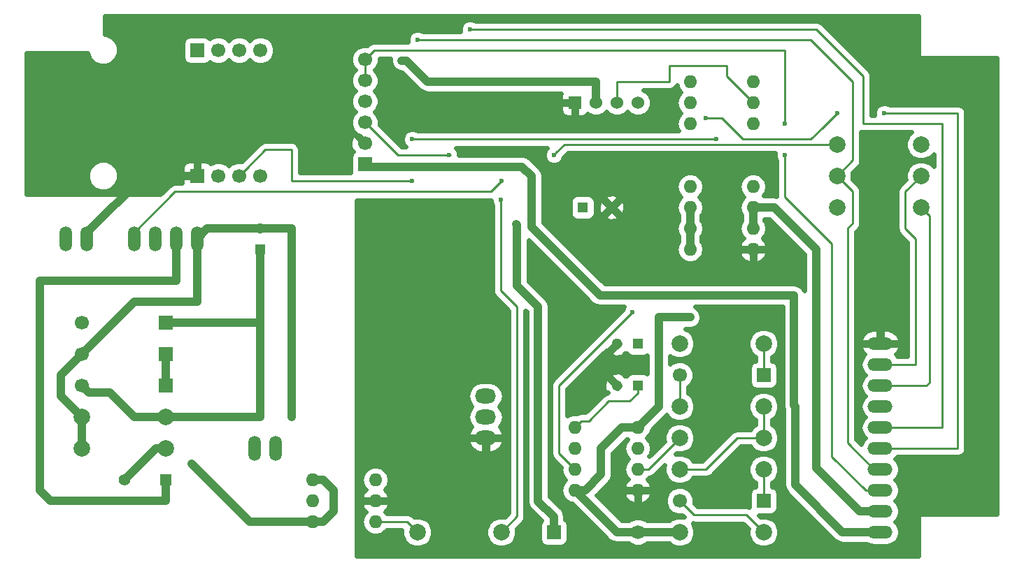
<source format=gbr>
G04 #@! TF.FileFunction,Copper,L2,Bot,Signal*
%FSLAX46Y46*%
G04 Gerber Fmt 4.6, Leading zero omitted, Abs format (unit mm)*
G04 Created by KiCad (PCBNEW 4.0.4+e1-6308~48~ubuntu14.04.1-stable) date Tue Oct 18 21:26:25 2016*
%MOMM*%
%LPD*%
G01*
G04 APERTURE LIST*
%ADD10C,0.100000*%
%ADD11C,1.700000*%
%ADD12R,1.700000X1.700000*%
%ADD13O,1.600000X1.600000*%
%ADD14O,1.506220X3.014980*%
%ADD15R,1.300000X1.300000*%
%ADD16C,1.300000*%
%ADD17C,1.699260*%
%ADD18R,1.699260X1.699260*%
%ADD19C,1.998980*%
%ADD20R,1.524000X1.524000*%
%ADD21C,1.524000*%
%ADD22O,3.014980X1.506220*%
%ADD23O,2.540000X1.800000*%
%ADD24R,1.400000X1.400000*%
%ADD25C,1.400000*%
%ADD26C,0.600000*%
%ADD27C,0.250000*%
%ADD28C,1.000000*%
%ADD29C,0.600000*%
G04 APERTURE END LIST*
D10*
D11*
X85100000Y-86360000D03*
X85090000Y-101566000D03*
X82560000Y-86360000D03*
X80020000Y-86360000D03*
D12*
X77480000Y-86370000D03*
D11*
X82560000Y-101566000D03*
X80020000Y-101566000D03*
D12*
X77480000Y-101566000D03*
D11*
X97790000Y-87480000D03*
X97790000Y-90020000D03*
X97790000Y-92560000D03*
X97790000Y-95100000D03*
X97790000Y-97640000D03*
D12*
X97790000Y-100180000D03*
D13*
X144780000Y-95250000D03*
X144780000Y-92710000D03*
X144780000Y-90170000D03*
X137160000Y-90170000D03*
X137160000Y-92710000D03*
X137160000Y-95250000D03*
D14*
X64135000Y-109220000D03*
X61595000Y-109220000D03*
D15*
X85090000Y-110490000D03*
D16*
X85090000Y-107990000D03*
D15*
X130810000Y-121920000D03*
D16*
X128310000Y-121920000D03*
D15*
X130810000Y-127000000D03*
D16*
X128310000Y-127000000D03*
D17*
X130810520Y-144777460D03*
D18*
X120650520Y-144777460D03*
D17*
X63499480Y-119382540D03*
D18*
X73659480Y-119382540D03*
D17*
X135889480Y-140972540D03*
D18*
X146049480Y-140972540D03*
D17*
X63499480Y-123192540D03*
D18*
X73659480Y-123192540D03*
D17*
X135889480Y-125732540D03*
D18*
X146049480Y-125732540D03*
D17*
X63499480Y-127002540D03*
D18*
X73659480Y-127002540D03*
D19*
X73660000Y-134620000D03*
X63500000Y-134620000D03*
X135890000Y-144780000D03*
X146050000Y-144780000D03*
X135890000Y-121920000D03*
X146050000Y-121920000D03*
X135890000Y-137160000D03*
X146050000Y-137160000D03*
X135890000Y-129540000D03*
X146050000Y-129540000D03*
X146050000Y-133350000D03*
X135890000Y-133350000D03*
X154940000Y-97790000D03*
X165100000Y-97790000D03*
X104140000Y-144780000D03*
X114300000Y-144780000D03*
D13*
X130810000Y-139700000D03*
X130810000Y-137160000D03*
X130810000Y-134620000D03*
X130810000Y-132080000D03*
X123190000Y-132080000D03*
X123190000Y-134620000D03*
X123190000Y-137160000D03*
X123190000Y-139700000D03*
D16*
X127635000Y-105410000D03*
D15*
X124135000Y-105410000D03*
D13*
X144780000Y-110490000D03*
X144780000Y-107950000D03*
X144780000Y-105410000D03*
X144780000Y-102870000D03*
X137160000Y-102870000D03*
X137160000Y-105410000D03*
X137160000Y-107950000D03*
X137160000Y-110490000D03*
D20*
X123190000Y-92710000D03*
D21*
X125730000Y-92710000D03*
X128270000Y-92710000D03*
X130810000Y-92710000D03*
D13*
X99060000Y-143510000D03*
X99060000Y-140970000D03*
X99060000Y-138430000D03*
X91440000Y-138430000D03*
X91440000Y-140970000D03*
X91440000Y-143510000D03*
D19*
X154940000Y-105410000D03*
X165100000Y-105410000D03*
X154940000Y-101600000D03*
X165100000Y-101600000D03*
D14*
X77470000Y-109220000D03*
X74930000Y-109220000D03*
X72390000Y-109220000D03*
X69850000Y-109220000D03*
X86995000Y-134620000D03*
X84455000Y-134620000D03*
D22*
X160147000Y-144780000D03*
X160147000Y-142240000D03*
X160147000Y-139700000D03*
X160147000Y-137160000D03*
X160147000Y-132080000D03*
X160147000Y-129540000D03*
X160147000Y-134620000D03*
X160147000Y-127000000D03*
X160147000Y-121920000D03*
X160147000Y-124460000D03*
D23*
X112395000Y-130810000D03*
X112395000Y-128270000D03*
X112395000Y-133350000D03*
D24*
X73660000Y-138430000D03*
D25*
X68660000Y-138430000D03*
D19*
X73660000Y-130810000D03*
X63500000Y-130810000D03*
D26*
X126405000Y-120015000D03*
X100965000Y-95885000D03*
X172085000Y-121920000D03*
X130175000Y-118110000D03*
X120650000Y-99060000D03*
X114300002Y-102235000D03*
X104140000Y-85090000D03*
X137160000Y-118744978D03*
X102235000Y-87630006D03*
X116115200Y-107404800D03*
X85090000Y-130810000D03*
X76835006Y-136525000D03*
X107950000Y-99060000D03*
X114207581Y-104472990D03*
X139065000Y-94615000D03*
X160655000Y-93980000D03*
X154940000Y-93980000D03*
X148590000Y-95250000D03*
X148590000Y-99060000D03*
X110490000Y-83820000D03*
X88900000Y-130810000D03*
X140335026Y-97155000D03*
X103505000Y-102235000D03*
X103505000Y-97155000D03*
D27*
X132080000Y-137160000D02*
X135890000Y-133350000D01*
X130810000Y-137160000D02*
X132080000Y-137160000D01*
D28*
X64135000Y-109220000D02*
X64135000Y-108465620D01*
X64135000Y-108465620D02*
X71034620Y-101566000D01*
X71034620Y-101566000D02*
X77480000Y-101566000D01*
D27*
X127305002Y-128905000D02*
X129805000Y-128905000D01*
X129805000Y-128905000D02*
X130810000Y-127900000D01*
X130810000Y-127900000D02*
X130810000Y-127000000D01*
X124930001Y-131280001D02*
X127305002Y-128905000D01*
X123190000Y-132080000D02*
X123989999Y-131280001D01*
X123989999Y-131280001D02*
X124930001Y-131280001D01*
X121285000Y-127000000D02*
X130175000Y-118110000D01*
X123190000Y-137160000D02*
X121285000Y-135255000D01*
X121285000Y-135255000D02*
X121285000Y-127000000D01*
X135889480Y-140972540D02*
X137614491Y-142697551D01*
X137614491Y-142697551D02*
X143967551Y-142697551D01*
X143967551Y-142697551D02*
X146050000Y-144780000D01*
X146049480Y-140972540D02*
X146049480Y-137160520D01*
X146049480Y-137160520D02*
X146050000Y-137160000D01*
X135890000Y-129540000D02*
X135890000Y-125733060D01*
X135890000Y-125733060D02*
X135889480Y-125732540D01*
X146050000Y-121920000D02*
X146050000Y-125732020D01*
X146050000Y-125732020D02*
X146049480Y-125732540D01*
X121920000Y-97790000D02*
X120949999Y-98760001D01*
X154940000Y-97790000D02*
X121920000Y-97790000D01*
X120949999Y-98760001D02*
X120650000Y-99060000D01*
X113030002Y-103505000D02*
X114300002Y-102235000D01*
X69850000Y-108465620D02*
X74810620Y-103505000D01*
X69850000Y-109220000D02*
X69850000Y-108465620D01*
X74810620Y-103505000D02*
X113030002Y-103505000D01*
X154940000Y-101600000D02*
X156845000Y-99695000D01*
X151766410Y-85090000D02*
X104140000Y-85090000D01*
X156845000Y-99695000D02*
X156845000Y-90168590D01*
X156845000Y-90168590D02*
X151766410Y-85090000D01*
X61595000Y-108465620D02*
X61595000Y-109220000D01*
X160147000Y-137160000D02*
X159392620Y-137160000D01*
X159392620Y-137160000D02*
X156210000Y-133977380D01*
X156210000Y-133977380D02*
X156210000Y-107950000D01*
X156210000Y-107950000D02*
X156845000Y-107315000D01*
X156845000Y-107315000D02*
X156845000Y-103505000D01*
X156845000Y-103505000D02*
X154940000Y-101600000D01*
D28*
X137160000Y-107950000D02*
X137160000Y-110490000D01*
X136735736Y-118744978D02*
X137160000Y-118744978D01*
X133350000Y-129540000D02*
X133350001Y-118744999D01*
X130810000Y-132080000D02*
X133350000Y-129540000D01*
X133350022Y-118744978D02*
X136735736Y-118744978D01*
X133350001Y-118744999D02*
X133350022Y-118744978D01*
X102235000Y-87630006D02*
X102834986Y-87630006D01*
X102834986Y-87630006D02*
X105374980Y-90170000D01*
X105374980Y-90170000D02*
X125730000Y-90170000D01*
X125730000Y-90170000D02*
X125730000Y-92710000D01*
X130810000Y-132080000D02*
X128905000Y-132080000D01*
X128905000Y-132080000D02*
X126365000Y-134620000D01*
X124460000Y-139700000D02*
X123190000Y-139700000D01*
X126365000Y-134620000D02*
X126365000Y-137795000D01*
X126365000Y-137795000D02*
X124460000Y-139700000D01*
X130810520Y-144777460D02*
X128267460Y-144777460D01*
X128267460Y-144777460D02*
X123190000Y-139700000D01*
X130810520Y-144777460D02*
X135887460Y-144777460D01*
X135887460Y-144777460D02*
X135890000Y-144780000D01*
X137160000Y-107950000D02*
X137160000Y-105410000D01*
D27*
X146050000Y-133350000D02*
X146050000Y-129540000D01*
X142875000Y-133350000D02*
X146050000Y-133350000D01*
X139065000Y-137160000D02*
X142875000Y-133350000D01*
X135890000Y-137160000D02*
X139065000Y-137160000D01*
D28*
X120650520Y-144777460D02*
X120650520Y-142927830D01*
X120650520Y-142927830D02*
X118745000Y-141022310D01*
X118745000Y-141022310D02*
X118745000Y-117475000D01*
X118745000Y-117475000D02*
X116205000Y-114935000D01*
X116205000Y-114935000D02*
X116205000Y-107494600D01*
X116205000Y-107494600D02*
X116115200Y-107404800D01*
X63499480Y-127002540D02*
X64349109Y-127852169D01*
X85090000Y-120015000D02*
X85090000Y-110490000D01*
X63502540Y-127002540D02*
X63499480Y-127002540D01*
X73659480Y-119382540D02*
X85090000Y-119382540D01*
X85090000Y-119382540D02*
X85090000Y-120015000D01*
X64349109Y-127852169D02*
X66892169Y-127852169D01*
X85090000Y-130810000D02*
X85090000Y-120015000D01*
X85090000Y-130810000D02*
X73660000Y-130810000D01*
X69850000Y-130810000D02*
X73660000Y-130810000D01*
X66892169Y-127852169D02*
X69850000Y-130810000D01*
X73660000Y-134620000D02*
X72470000Y-134620000D01*
X72470000Y-134620000D02*
X68660000Y-138430000D01*
X83820006Y-143510000D02*
X76835006Y-136525000D01*
X91440000Y-143510000D02*
X83820006Y-143510000D01*
X93980000Y-142240000D02*
X92710000Y-143510000D01*
X92710000Y-143510000D02*
X91440000Y-143510000D01*
X93980000Y-139700000D02*
X93980000Y-142240000D01*
X92710000Y-138430000D02*
X93980000Y-139700000D01*
X91440000Y-138430000D02*
X92710000Y-138430000D01*
X73659480Y-127002540D02*
X73659480Y-123192540D01*
D27*
X99060000Y-143510000D02*
X102870000Y-143510000D01*
X102870000Y-143510000D02*
X104140000Y-144780000D01*
X97790000Y-95100000D02*
X101750000Y-99060000D01*
X101750000Y-99060000D02*
X108160740Y-99060000D01*
X114300000Y-144780000D02*
X116205000Y-142875000D01*
X116205000Y-142875000D02*
X116205000Y-117475000D01*
X116205000Y-117475000D02*
X114207581Y-115477581D01*
X114207581Y-115477581D02*
X114207581Y-104472990D01*
X143510000Y-97155000D02*
X151765000Y-97155000D01*
X153670000Y-95250000D02*
X153044999Y-95875001D01*
X154940000Y-93980000D02*
X153670000Y-95250000D01*
X153670000Y-95250000D02*
X151765000Y-97155000D01*
X153054998Y-95885000D02*
X153044999Y-95875001D01*
X140970000Y-94615000D02*
X139065000Y-94615000D01*
X143510000Y-97155000D02*
X140970000Y-94615000D01*
X160147000Y-134620000D02*
X169545000Y-134620000D01*
X169545000Y-134620000D02*
X169545000Y-93980000D01*
X169545000Y-93980000D02*
X160655000Y-93980000D01*
X128270000Y-92710000D02*
X128270000Y-90170000D01*
X128270000Y-90170000D02*
X134620000Y-90170000D01*
X134620000Y-88265000D02*
X141605000Y-88265000D01*
X134620000Y-90170000D02*
X134620000Y-88265000D01*
X141605000Y-89535000D02*
X144780000Y-92710000D01*
X141605000Y-88265000D02*
X141605000Y-89535000D01*
D28*
X117979998Y-107819998D02*
X126234999Y-116074999D01*
X149729999Y-129409999D02*
X149860000Y-129540000D01*
X116802997Y-100460001D02*
X117979998Y-101637002D01*
X155575000Y-144780000D02*
X160147000Y-144780000D01*
X98070001Y-100460001D02*
X116802997Y-100460001D01*
X117979998Y-101637002D02*
X117979998Y-107819998D01*
X97790000Y-100180000D02*
X98070001Y-100460001D01*
X149860000Y-129540000D02*
X149860000Y-139065000D01*
X126234999Y-116074999D02*
X149729999Y-116074999D01*
X149860000Y-139065000D02*
X155575000Y-144780000D01*
X149729999Y-116074999D02*
X149729999Y-129409999D01*
X144780000Y-107950000D02*
X144780000Y-105410000D01*
X144780000Y-105410000D02*
X147320000Y-105410000D01*
X152400000Y-110490000D02*
X152400000Y-137000490D01*
X147320000Y-105410000D02*
X152400000Y-110490000D01*
X152400000Y-137000490D02*
X157639510Y-142240000D01*
X157639510Y-142240000D02*
X160147000Y-142240000D01*
D27*
X148590000Y-95250000D02*
X148590000Y-86360000D01*
X98910000Y-86360000D02*
X97790000Y-87480000D01*
X148590000Y-86360000D02*
X98910000Y-86360000D01*
X97790000Y-90020000D02*
X97790000Y-87480000D01*
X148590000Y-104140000D02*
X148590000Y-99060000D01*
X154305000Y-109855000D02*
X148590000Y-104140000D01*
X154305000Y-135615490D02*
X154305000Y-109855000D01*
X160147000Y-139700000D02*
X158389510Y-139700000D01*
X158389510Y-139700000D02*
X154305000Y-135615490D01*
X111125000Y-83820000D02*
X110490000Y-83820000D01*
X160147000Y-132080000D02*
X167640000Y-132080000D01*
X167640000Y-132080000D02*
X167640000Y-95250000D01*
X167640000Y-95250000D02*
X158113590Y-95250000D01*
X158113590Y-95250000D02*
X158113590Y-89533590D01*
X158113590Y-89533590D02*
X152400000Y-83820000D01*
X152400000Y-83820000D02*
X111125000Y-83820000D01*
X160147000Y-129540000D02*
X159392620Y-129540000D01*
X165100000Y-101600000D02*
X163195000Y-103505000D01*
X163195000Y-103505000D02*
X163195000Y-107950000D01*
X163195000Y-107950000D02*
X164465000Y-109220000D01*
X164465000Y-109220000D02*
X164465000Y-124460000D01*
X164465000Y-124460000D02*
X160147000Y-124460000D01*
X166099489Y-126635511D02*
X165735000Y-127000000D01*
X165735000Y-127000000D02*
X160147000Y-127000000D01*
X165100000Y-105410000D02*
X166099489Y-106409489D01*
X166099489Y-106409489D02*
X166099489Y-126635511D01*
D28*
X63500000Y-134620000D02*
X63500000Y-130810000D01*
X63500000Y-130810000D02*
X60960000Y-128270000D01*
X60960000Y-128270000D02*
X60960000Y-125732020D01*
X60960000Y-125732020D02*
X62649851Y-124042169D01*
X62649851Y-124042169D02*
X63499480Y-123192540D01*
X77470000Y-109220000D02*
X77470000Y-116840000D01*
X77470000Y-116840000D02*
X69852020Y-116840000D01*
X69852020Y-116840000D02*
X63499480Y-123192540D01*
X85090000Y-107990000D02*
X78700000Y-107990000D01*
X78700000Y-107990000D02*
X77470000Y-109220000D01*
X88900000Y-107950000D02*
X88860000Y-107990000D01*
X88860000Y-107990000D02*
X85090000Y-107990000D01*
X88900000Y-130810000D02*
X88900000Y-107950000D01*
D27*
X77470000Y-109220000D02*
X77470000Y-108920000D01*
D28*
X74930000Y-109220000D02*
X74930000Y-114300000D01*
X74930000Y-114300000D02*
X58420000Y-114300000D01*
X58420000Y-114300000D02*
X58420000Y-139700000D01*
X58420000Y-139700000D02*
X59690000Y-140970000D01*
X59690000Y-140970000D02*
X73660000Y-140970000D01*
X73660000Y-140970000D02*
X73660000Y-138430000D01*
D27*
X103505000Y-97155000D02*
X140335026Y-97155000D01*
X88900000Y-102235000D02*
X88900000Y-98425000D01*
X83433999Y-100716001D02*
X85725000Y-98425000D01*
X85725000Y-98425000D02*
X88900000Y-98425000D01*
X83409999Y-100716001D02*
X83433999Y-100716001D01*
X103505000Y-102235000D02*
X88900000Y-102235000D01*
X83409999Y-100716001D02*
X82560000Y-101566000D01*
D29*
G36*
X164800000Y-86995000D02*
X164820517Y-87104037D01*
X164884958Y-87204181D01*
X164983283Y-87271364D01*
X165100000Y-87295000D01*
X174285000Y-87295000D01*
X174285000Y-142575000D01*
X165100000Y-142575000D01*
X164990963Y-142595517D01*
X164890819Y-142659958D01*
X164823636Y-142758283D01*
X164800000Y-142875000D01*
X164800000Y-147655000D01*
X96820000Y-147655000D01*
X96820000Y-141447376D01*
X97324457Y-141447376D01*
X97495220Y-141859666D01*
X97861676Y-142283153D01*
X97824613Y-142307918D01*
X97456100Y-142859438D01*
X97326695Y-143510000D01*
X97456100Y-144160562D01*
X97824613Y-144712082D01*
X98376133Y-145080595D01*
X99026695Y-145210000D01*
X99093305Y-145210000D01*
X99743867Y-145080595D01*
X100295387Y-144712082D01*
X100413709Y-144535000D01*
X102240724Y-144535000D01*
X102240181Y-145156174D01*
X102528752Y-145854569D01*
X103062621Y-146389370D01*
X103760511Y-146679159D01*
X104516174Y-146679819D01*
X105214569Y-146391248D01*
X105749370Y-145857379D01*
X106039159Y-145159489D01*
X106039819Y-144403826D01*
X105751248Y-143705431D01*
X105217379Y-143170630D01*
X104519489Y-142880841D01*
X103763826Y-142880181D01*
X103711408Y-142901840D01*
X103594784Y-142785216D01*
X103262251Y-142563023D01*
X102870000Y-142485000D01*
X100413709Y-142485000D01*
X100295387Y-142307918D01*
X100258324Y-142283153D01*
X100624780Y-141859666D01*
X100795543Y-141447376D01*
X100597043Y-141170000D01*
X99260000Y-141170000D01*
X99260000Y-141190000D01*
X98860000Y-141190000D01*
X98860000Y-141170000D01*
X97522957Y-141170000D01*
X97324457Y-141447376D01*
X96820000Y-141447376D01*
X96820000Y-140492624D01*
X97324457Y-140492624D01*
X97522957Y-140770000D01*
X98860000Y-140770000D01*
X98860000Y-140750000D01*
X99260000Y-140750000D01*
X99260000Y-140770000D01*
X100597043Y-140770000D01*
X100795543Y-140492624D01*
X100624780Y-140080334D01*
X100258324Y-139656847D01*
X100295387Y-139632082D01*
X100663900Y-139080562D01*
X100793305Y-138430000D01*
X100663900Y-137779438D01*
X100295387Y-137227918D01*
X99743867Y-136859405D01*
X99093305Y-136730000D01*
X99026695Y-136730000D01*
X98376133Y-136859405D01*
X97824613Y-137227918D01*
X97456100Y-137779438D01*
X97326695Y-138430000D01*
X97456100Y-139080562D01*
X97824613Y-139632082D01*
X97861676Y-139656847D01*
X97495220Y-140080334D01*
X97324457Y-140492624D01*
X96820000Y-140492624D01*
X96820000Y-133843112D01*
X110190105Y-133843112D01*
X110208513Y-133960930D01*
X110580578Y-134609565D01*
X111172543Y-135066443D01*
X111894287Y-135262008D01*
X112195000Y-135008916D01*
X112195000Y-133550000D01*
X112595000Y-133550000D01*
X112595000Y-135008916D01*
X112895713Y-135262008D01*
X113617457Y-135066443D01*
X114209422Y-134609565D01*
X114581487Y-133960930D01*
X114599895Y-133843112D01*
X114402834Y-133550000D01*
X112595000Y-133550000D01*
X112195000Y-133550000D01*
X110387166Y-133550000D01*
X110190105Y-133843112D01*
X96820000Y-133843112D01*
X96820000Y-128270000D01*
X110182487Y-128270000D01*
X110319504Y-128958830D01*
X110707829Y-129540000D01*
X110319504Y-130121170D01*
X110182487Y-130810000D01*
X110319504Y-131498830D01*
X110669134Y-132022088D01*
X110580578Y-132090435D01*
X110208513Y-132739070D01*
X110190105Y-132856888D01*
X110387166Y-133150000D01*
X112195000Y-133150000D01*
X112195000Y-133130000D01*
X112595000Y-133130000D01*
X112595000Y-133150000D01*
X114402834Y-133150000D01*
X114599895Y-132856888D01*
X114581487Y-132739070D01*
X114209422Y-132090435D01*
X114120866Y-132022088D01*
X114470496Y-131498830D01*
X114607513Y-130810000D01*
X114470496Y-130121170D01*
X114082171Y-129540000D01*
X114470496Y-128958830D01*
X114607513Y-128270000D01*
X114470496Y-127581170D01*
X114080305Y-126997208D01*
X113496343Y-126607017D01*
X112807513Y-126470000D01*
X111982487Y-126470000D01*
X111293657Y-126607017D01*
X110709695Y-126997208D01*
X110319504Y-127581170D01*
X110182487Y-128270000D01*
X96820000Y-128270000D01*
X96820000Y-104530000D01*
X113007531Y-104530000D01*
X113007374Y-104710637D01*
X113182581Y-105134671D01*
X113182581Y-115477581D01*
X113226823Y-115700000D01*
X113260604Y-115869832D01*
X113482797Y-116202365D01*
X115180000Y-117899568D01*
X115180000Y-142450431D01*
X114729022Y-142901409D01*
X114679489Y-142880841D01*
X113923826Y-142880181D01*
X113225431Y-143168752D01*
X112690630Y-143702621D01*
X112400841Y-144400511D01*
X112400181Y-145156174D01*
X112688752Y-145854569D01*
X113222621Y-146389370D01*
X113920511Y-146679159D01*
X114676174Y-146679819D01*
X115374569Y-146391248D01*
X115909370Y-145857379D01*
X116199159Y-145159489D01*
X116199819Y-144403826D01*
X116178160Y-144351408D01*
X116929785Y-143599784D01*
X117076640Y-143380000D01*
X117151977Y-143267251D01*
X117230000Y-142875000D01*
X117230000Y-117939899D01*
X117345000Y-118054899D01*
X117345000Y-141022310D01*
X117451569Y-141558067D01*
X117720099Y-141959949D01*
X117755051Y-142012259D01*
X119100896Y-143358105D01*
X118955554Y-143570820D01*
X118883258Y-143927830D01*
X118883258Y-145627090D01*
X118946014Y-145960610D01*
X119143124Y-146266928D01*
X119443880Y-146472426D01*
X119800890Y-146544722D01*
X121500150Y-146544722D01*
X121833670Y-146481966D01*
X122139988Y-146284856D01*
X122345486Y-145984100D01*
X122417782Y-145627090D01*
X122417782Y-143927830D01*
X122355026Y-143594310D01*
X122157916Y-143287992D01*
X122050520Y-143214611D01*
X122050520Y-142927830D01*
X121943951Y-142392073D01*
X121929202Y-142369999D01*
X121640469Y-141937880D01*
X120145000Y-140442412D01*
X120145000Y-117475000D01*
X120038431Y-116939243D01*
X119818942Y-116610755D01*
X119734949Y-116485050D01*
X117605000Y-114355102D01*
X117605000Y-109424898D01*
X125245049Y-117064948D01*
X125664144Y-117344978D01*
X125699242Y-117368430D01*
X126234999Y-117474999D01*
X129139335Y-117474999D01*
X128982335Y-117853096D01*
X120560216Y-126275216D01*
X120338023Y-126607749D01*
X120260000Y-127000000D01*
X120260000Y-135255000D01*
X120318804Y-135550630D01*
X120338023Y-135647251D01*
X120560216Y-135979784D01*
X121503770Y-136923338D01*
X121456695Y-137160000D01*
X121586100Y-137810562D01*
X121954613Y-138362082D01*
X122056260Y-138430000D01*
X121954613Y-138497918D01*
X121586100Y-139049438D01*
X121456695Y-139700000D01*
X121586100Y-140350562D01*
X121954613Y-140902082D01*
X122506133Y-141270595D01*
X122848872Y-141338770D01*
X127277511Y-145767410D01*
X127412160Y-145857379D01*
X127731703Y-146070891D01*
X128267460Y-146177460D01*
X129735885Y-146177460D01*
X129818140Y-146259859D01*
X130460970Y-146526785D01*
X131157016Y-146527393D01*
X131800311Y-146261589D01*
X131884587Y-146177460D01*
X134601080Y-146177460D01*
X134812621Y-146389370D01*
X135510511Y-146679159D01*
X136266174Y-146679819D01*
X136964569Y-146391248D01*
X137499370Y-145857379D01*
X137789159Y-145159489D01*
X137789819Y-144403826D01*
X137501248Y-143705431D01*
X137494515Y-143698687D01*
X137614491Y-143722551D01*
X143542983Y-143722551D01*
X144171409Y-144350978D01*
X144150841Y-144400511D01*
X144150181Y-145156174D01*
X144438752Y-145854569D01*
X144972621Y-146389370D01*
X145670511Y-146679159D01*
X146426174Y-146679819D01*
X147124569Y-146391248D01*
X147659370Y-145857379D01*
X147949159Y-145159489D01*
X147949819Y-144403826D01*
X147661248Y-143705431D01*
X147127379Y-143170630D01*
X146429489Y-142880841D01*
X145673826Y-142880181D01*
X145621408Y-142901840D01*
X145459370Y-142739802D01*
X146899110Y-142739802D01*
X147232630Y-142677046D01*
X147538948Y-142479936D01*
X147744446Y-142179180D01*
X147816742Y-141822170D01*
X147816742Y-140122910D01*
X147753986Y-139789390D01*
X147556876Y-139483072D01*
X147256120Y-139277574D01*
X147074480Y-139240791D01*
X147074480Y-138791944D01*
X147124569Y-138771248D01*
X147659370Y-138237379D01*
X147949159Y-137539489D01*
X147949819Y-136783826D01*
X147661248Y-136085431D01*
X147127379Y-135550630D01*
X146429489Y-135260841D01*
X145673826Y-135260181D01*
X144975431Y-135548752D01*
X144440630Y-136082621D01*
X144150841Y-136780511D01*
X144150181Y-137536174D01*
X144438752Y-138234569D01*
X144972621Y-138769370D01*
X145024480Y-138790904D01*
X145024480Y-139238276D01*
X144866330Y-139268034D01*
X144560012Y-139465144D01*
X144354514Y-139765900D01*
X144282218Y-140122910D01*
X144282218Y-141735142D01*
X143967551Y-141672551D01*
X138039059Y-141672551D01*
X137638848Y-141272340D01*
X137639413Y-140626044D01*
X137373609Y-139982749D01*
X136881860Y-139490141D01*
X136239030Y-139223215D01*
X135542984Y-139222607D01*
X134899689Y-139488411D01*
X134407081Y-139980160D01*
X134140155Y-140622990D01*
X134139547Y-141319036D01*
X134405351Y-141962331D01*
X134897100Y-142454939D01*
X135539930Y-142721865D01*
X136189805Y-142722433D01*
X136404114Y-142936742D01*
X136269489Y-142880841D01*
X135513826Y-142880181D01*
X134815431Y-143168752D01*
X134606359Y-143377460D01*
X131885155Y-143377460D01*
X131802900Y-143295061D01*
X131160070Y-143028135D01*
X130464024Y-143027527D01*
X129820729Y-143293331D01*
X129736453Y-143377460D01*
X128847359Y-143377460D01*
X125804898Y-140335000D01*
X125962522Y-140177376D01*
X129074457Y-140177376D01*
X129245220Y-140589666D01*
X129704792Y-141120760D01*
X130332622Y-141435556D01*
X130610000Y-141238867D01*
X130610000Y-139900000D01*
X131010000Y-139900000D01*
X131010000Y-141238867D01*
X131287378Y-141435556D01*
X131915208Y-141120760D01*
X132374780Y-140589666D01*
X132545543Y-140177376D01*
X132347043Y-139900000D01*
X131010000Y-139900000D01*
X130610000Y-139900000D01*
X129272957Y-139900000D01*
X129074457Y-140177376D01*
X125962522Y-140177376D01*
X127354950Y-138784949D01*
X127607775Y-138406569D01*
X127658431Y-138330757D01*
X127765000Y-137795000D01*
X127765000Y-135199898D01*
X129484899Y-133480000D01*
X129533131Y-133480000D01*
X129206100Y-133969438D01*
X129076695Y-134620000D01*
X129206100Y-135270562D01*
X129574613Y-135822082D01*
X129676260Y-135890000D01*
X129574613Y-135957918D01*
X129206100Y-136509438D01*
X129076695Y-137160000D01*
X129206100Y-137810562D01*
X129574613Y-138362082D01*
X129611676Y-138386847D01*
X129245220Y-138810334D01*
X129074457Y-139222624D01*
X129272957Y-139500000D01*
X130610000Y-139500000D01*
X130610000Y-139480000D01*
X131010000Y-139480000D01*
X131010000Y-139500000D01*
X132347043Y-139500000D01*
X132545543Y-139222624D01*
X132374780Y-138810334D01*
X132008324Y-138386847D01*
X132045387Y-138362082D01*
X132176540Y-138165797D01*
X132472251Y-138106977D01*
X132804784Y-137884784D01*
X134048915Y-136640653D01*
X133990841Y-136780511D01*
X133990181Y-137536174D01*
X134278752Y-138234569D01*
X134812621Y-138769370D01*
X135510511Y-139059159D01*
X136266174Y-139059819D01*
X136964569Y-138771248D01*
X137499370Y-138237379D01*
X137521120Y-138185000D01*
X139065000Y-138185000D01*
X139457251Y-138106977D01*
X139789784Y-137884784D01*
X143299569Y-134375000D01*
X144418271Y-134375000D01*
X144438752Y-134424569D01*
X144972621Y-134959370D01*
X145670511Y-135249159D01*
X146426174Y-135249819D01*
X147124569Y-134961248D01*
X147659370Y-134427379D01*
X147949159Y-133729489D01*
X147949819Y-132973826D01*
X147661248Y-132275431D01*
X147127379Y-131740630D01*
X147075000Y-131718880D01*
X147075000Y-131171729D01*
X147124569Y-131151248D01*
X147659370Y-130617379D01*
X147949159Y-129919489D01*
X147949819Y-129163826D01*
X147661248Y-128465431D01*
X147127379Y-127930630D01*
X146429489Y-127640841D01*
X145673826Y-127640181D01*
X144975431Y-127928752D01*
X144440630Y-128462621D01*
X144150841Y-129160511D01*
X144150181Y-129916174D01*
X144438752Y-130614569D01*
X144972621Y-131149370D01*
X145025000Y-131171120D01*
X145025000Y-131718271D01*
X144975431Y-131738752D01*
X144440630Y-132272621D01*
X144418880Y-132325000D01*
X142875000Y-132325000D01*
X142482749Y-132403023D01*
X142455474Y-132421248D01*
X142150216Y-132625215D01*
X138640432Y-136135000D01*
X137521729Y-136135000D01*
X137501248Y-136085431D01*
X136967379Y-135550630D01*
X136269489Y-135260841D01*
X135513826Y-135260181D01*
X135369932Y-135319637D01*
X135460978Y-135228591D01*
X135510511Y-135249159D01*
X136266174Y-135249819D01*
X136964569Y-134961248D01*
X137499370Y-134427379D01*
X137789159Y-133729489D01*
X137789819Y-132973826D01*
X137501248Y-132275431D01*
X136967379Y-131740630D01*
X136269489Y-131450841D01*
X135513826Y-131450181D01*
X134815431Y-131738752D01*
X134280630Y-132272621D01*
X133990841Y-132970511D01*
X133990181Y-133726174D01*
X134011840Y-133778592D01*
X132200513Y-135589918D01*
X132413900Y-135270562D01*
X132543305Y-134620000D01*
X132413900Y-133969438D01*
X132045387Y-133417918D01*
X131943740Y-133350000D01*
X132045387Y-133282082D01*
X132413900Y-132730562D01*
X132482075Y-132387823D01*
X134271904Y-130597995D01*
X134278752Y-130614569D01*
X134812621Y-131149370D01*
X135510511Y-131439159D01*
X136266174Y-131439819D01*
X136964569Y-131151248D01*
X137499370Y-130617379D01*
X137789159Y-129919489D01*
X137789819Y-129163826D01*
X137501248Y-128465431D01*
X136967379Y-127930630D01*
X136915000Y-127908880D01*
X136915000Y-127181002D01*
X137371879Y-126724920D01*
X137638805Y-126082090D01*
X137639413Y-125386044D01*
X137373609Y-124742749D01*
X136881860Y-124250141D01*
X136239030Y-123983215D01*
X135542984Y-123982607D01*
X134899689Y-124248411D01*
X134750000Y-124397838D01*
X134750001Y-123466640D01*
X134812621Y-123529370D01*
X135510511Y-123819159D01*
X136266174Y-123819819D01*
X136964569Y-123531248D01*
X137499370Y-122997379D01*
X137789159Y-122299489D01*
X137789161Y-122296174D01*
X144150181Y-122296174D01*
X144438752Y-122994569D01*
X144972621Y-123529370D01*
X145025000Y-123551120D01*
X145025000Y-123998178D01*
X144866330Y-124028034D01*
X144560012Y-124225144D01*
X144354514Y-124525900D01*
X144282218Y-124882910D01*
X144282218Y-126582170D01*
X144344974Y-126915690D01*
X144542084Y-127222008D01*
X144842840Y-127427506D01*
X145199850Y-127499802D01*
X146899110Y-127499802D01*
X147232630Y-127437046D01*
X147538948Y-127239936D01*
X147744446Y-126939180D01*
X147816742Y-126582170D01*
X147816742Y-124882910D01*
X147753986Y-124549390D01*
X147556876Y-124243072D01*
X147256120Y-124037574D01*
X147075000Y-124000896D01*
X147075000Y-123551729D01*
X147124569Y-123531248D01*
X147659370Y-122997379D01*
X147949159Y-122299489D01*
X147949819Y-121543826D01*
X147661248Y-120845431D01*
X147127379Y-120310630D01*
X146429489Y-120020841D01*
X145673826Y-120020181D01*
X144975431Y-120308752D01*
X144440630Y-120842621D01*
X144150841Y-121540511D01*
X144150181Y-122296174D01*
X137789161Y-122296174D01*
X137789819Y-121543826D01*
X137501248Y-120845431D01*
X136967379Y-120310630D01*
X136568444Y-120144978D01*
X137160000Y-120144978D01*
X137695757Y-120038409D01*
X138149949Y-119734927D01*
X138453431Y-119280735D01*
X138560000Y-118744978D01*
X138453431Y-118209221D01*
X138149949Y-117755029D01*
X137730855Y-117474999D01*
X148329999Y-117474999D01*
X148329999Y-129409999D01*
X148436568Y-129945756D01*
X148460000Y-129980824D01*
X148460000Y-139065000D01*
X148566569Y-139600757D01*
X148823230Y-139984876D01*
X148870051Y-140054949D01*
X154585051Y-145769950D01*
X155039244Y-146073432D01*
X155575000Y-146180000D01*
X158522357Y-146180000D01*
X158712836Y-146307274D01*
X159345454Y-146433110D01*
X160948546Y-146433110D01*
X161581164Y-146307274D01*
X162117471Y-145948925D01*
X162475820Y-145412618D01*
X162601656Y-144780000D01*
X162475820Y-144147382D01*
X162117471Y-143611075D01*
X161966202Y-143510000D01*
X162117471Y-143408925D01*
X162475820Y-142872618D01*
X162601656Y-142240000D01*
X162475820Y-141607382D01*
X162117471Y-141071075D01*
X161966202Y-140970000D01*
X162117471Y-140868925D01*
X162475820Y-140332618D01*
X162601656Y-139700000D01*
X162475820Y-139067382D01*
X162117471Y-138531075D01*
X161966202Y-138430000D01*
X162117471Y-138328925D01*
X162475820Y-137792618D01*
X162601656Y-137160000D01*
X162475820Y-136527382D01*
X162117471Y-135991075D01*
X161966202Y-135890000D01*
X162117471Y-135788925D01*
X162213639Y-135645000D01*
X169545000Y-135645000D01*
X169937251Y-135566977D01*
X170269784Y-135344784D01*
X170491977Y-135012251D01*
X170570000Y-134620000D01*
X170570000Y-93980000D01*
X170491977Y-93587749D01*
X170269784Y-93255216D01*
X169937251Y-93033023D01*
X169545000Y-92955000D01*
X161315685Y-92955000D01*
X160894742Y-92780209D01*
X160417353Y-92779793D01*
X159976143Y-92962097D01*
X159638283Y-93299367D01*
X159455209Y-93740258D01*
X159454793Y-94217647D01*
X159457831Y-94225000D01*
X159138590Y-94225000D01*
X159138590Y-89533590D01*
X159060567Y-89141339D01*
X158986176Y-89030006D01*
X158838374Y-88808805D01*
X153124784Y-83095216D01*
X152792251Y-82873023D01*
X152400000Y-82795000D01*
X111150685Y-82795000D01*
X110729742Y-82620209D01*
X110252353Y-82619793D01*
X109811143Y-82802097D01*
X109473283Y-83139367D01*
X109290209Y-83580258D01*
X109289793Y-84057647D01*
X109292831Y-84065000D01*
X104800685Y-84065000D01*
X104379742Y-83890209D01*
X103902353Y-83889793D01*
X103461143Y-84072097D01*
X103123283Y-84409367D01*
X102940209Y-84850258D01*
X102939793Y-85327647D01*
X102942831Y-85335000D01*
X98910000Y-85335000D01*
X98517749Y-85413023D01*
X98185215Y-85635216D01*
X98090170Y-85730261D01*
X97443431Y-85729696D01*
X96799999Y-85995557D01*
X96307287Y-86487410D01*
X96040304Y-87130376D01*
X96039696Y-87826569D01*
X96305557Y-88470001D01*
X96585125Y-88750057D01*
X96307287Y-89027410D01*
X96040304Y-89670376D01*
X96039696Y-90366569D01*
X96305557Y-91010001D01*
X96585125Y-91290057D01*
X96307287Y-91567410D01*
X96040304Y-92210376D01*
X96039696Y-92906569D01*
X96305557Y-93550001D01*
X96585125Y-93830057D01*
X96307287Y-94107410D01*
X96040304Y-94750376D01*
X96039696Y-95446569D01*
X96305557Y-96090001D01*
X96797410Y-96582713D01*
X97170460Y-96737617D01*
X97790000Y-97357157D01*
X97804142Y-97343015D01*
X98086985Y-97625858D01*
X98072843Y-97640000D01*
X98086985Y-97654142D01*
X97804142Y-97936985D01*
X97790000Y-97922843D01*
X97775858Y-97936985D01*
X97493015Y-97654142D01*
X97507157Y-97640000D01*
X96500255Y-96633098D01*
X96155042Y-96699347D01*
X95919524Y-97396622D01*
X95968768Y-98130948D01*
X96155042Y-98580653D01*
X96376451Y-98623143D01*
X96300162Y-98672234D01*
X96094664Y-98972990D01*
X96022368Y-99330000D01*
X96022368Y-101030000D01*
X96056237Y-101210000D01*
X89925000Y-101210000D01*
X89925000Y-98425000D01*
X89846977Y-98032749D01*
X89624784Y-97700216D01*
X89292251Y-97478023D01*
X88900000Y-97400000D01*
X85725000Y-97400000D01*
X85332749Y-97478023D01*
X85229144Y-97547250D01*
X85000216Y-97700215D01*
X82884150Y-99816282D01*
X82213431Y-99815696D01*
X81569999Y-100081557D01*
X81289943Y-100361125D01*
X81012590Y-100083287D01*
X80369624Y-99816304D01*
X79673431Y-99815696D01*
X79086447Y-100058233D01*
X78896454Y-99868241D01*
X78528912Y-99716000D01*
X77930000Y-99716000D01*
X77680000Y-99966000D01*
X77680000Y-101366000D01*
X77700000Y-101366000D01*
X77700000Y-101766000D01*
X77680000Y-101766000D01*
X77680000Y-101786000D01*
X77280000Y-101786000D01*
X77280000Y-101766000D01*
X75880000Y-101766000D01*
X75630000Y-102016000D01*
X75630000Y-102480000D01*
X74810620Y-102480000D01*
X74428534Y-102556001D01*
X74418369Y-102558023D01*
X74085835Y-102780216D01*
X73026051Y-103840000D01*
X56855000Y-103840000D01*
X56855000Y-101946275D01*
X64179671Y-101946275D01*
X64468319Y-102644857D01*
X65002331Y-103179802D01*
X65700409Y-103469669D01*
X66456275Y-103470329D01*
X67154857Y-103181681D01*
X67689802Y-102647669D01*
X67979669Y-101949591D01*
X67980329Y-101193725D01*
X67700749Y-100517087D01*
X75630000Y-100517087D01*
X75630000Y-101116000D01*
X75880000Y-101366000D01*
X77280000Y-101366000D01*
X77280000Y-99966000D01*
X77030000Y-99716000D01*
X76431088Y-99716000D01*
X76063546Y-99868241D01*
X75782241Y-100149545D01*
X75630000Y-100517087D01*
X67700749Y-100517087D01*
X67691681Y-100495143D01*
X67157669Y-99960198D01*
X66459591Y-99670331D01*
X65703725Y-99669671D01*
X65005143Y-99958319D01*
X64470198Y-100492331D01*
X64180331Y-101190409D01*
X64179671Y-101946275D01*
X56855000Y-101946275D01*
X56855000Y-86660000D01*
X64179703Y-86660000D01*
X64179671Y-86696275D01*
X64468319Y-87394857D01*
X65002331Y-87929802D01*
X65700409Y-88219669D01*
X66456275Y-88220329D01*
X67154857Y-87931681D01*
X67689802Y-87397669D01*
X67979669Y-86699591D01*
X67980329Y-85943725D01*
X67805250Y-85520000D01*
X75712368Y-85520000D01*
X75712368Y-87220000D01*
X75775124Y-87553520D01*
X75972234Y-87859838D01*
X76272990Y-88065336D01*
X76630000Y-88137632D01*
X78330000Y-88137632D01*
X78663520Y-88074876D01*
X78969838Y-87877766D01*
X79007450Y-87822719D01*
X79027410Y-87842713D01*
X79670376Y-88109696D01*
X80366569Y-88110304D01*
X81010001Y-87844443D01*
X81290057Y-87564875D01*
X81567410Y-87842713D01*
X82210376Y-88109696D01*
X82906569Y-88110304D01*
X83550001Y-87844443D01*
X83830057Y-87564875D01*
X84107410Y-87842713D01*
X84750376Y-88109696D01*
X85446569Y-88110304D01*
X86090001Y-87844443D01*
X86582713Y-87352590D01*
X86849696Y-86709624D01*
X86850304Y-86013431D01*
X86584443Y-85369999D01*
X86092590Y-84877287D01*
X85449624Y-84610304D01*
X84753431Y-84609696D01*
X84109999Y-84875557D01*
X83829943Y-85155125D01*
X83552590Y-84877287D01*
X82909624Y-84610304D01*
X82213431Y-84609696D01*
X81569999Y-84875557D01*
X81289943Y-85155125D01*
X81012590Y-84877287D01*
X80369624Y-84610304D01*
X79673431Y-84609696D01*
X79029999Y-84875557D01*
X79002480Y-84903028D01*
X78987766Y-84880162D01*
X78687010Y-84674664D01*
X78330000Y-84602368D01*
X76630000Y-84602368D01*
X76296480Y-84665124D01*
X75990162Y-84862234D01*
X75784664Y-85162990D01*
X75712368Y-85520000D01*
X67805250Y-85520000D01*
X67691681Y-85245143D01*
X67157669Y-84710198D01*
X66459591Y-84420331D01*
X66340000Y-84420227D01*
X66340000Y-82215000D01*
X164800000Y-82215000D01*
X164800000Y-86995000D01*
X164800000Y-86995000D01*
G37*
X164800000Y-86995000D02*
X164820517Y-87104037D01*
X164884958Y-87204181D01*
X164983283Y-87271364D01*
X165100000Y-87295000D01*
X174285000Y-87295000D01*
X174285000Y-142575000D01*
X165100000Y-142575000D01*
X164990963Y-142595517D01*
X164890819Y-142659958D01*
X164823636Y-142758283D01*
X164800000Y-142875000D01*
X164800000Y-147655000D01*
X96820000Y-147655000D01*
X96820000Y-141447376D01*
X97324457Y-141447376D01*
X97495220Y-141859666D01*
X97861676Y-142283153D01*
X97824613Y-142307918D01*
X97456100Y-142859438D01*
X97326695Y-143510000D01*
X97456100Y-144160562D01*
X97824613Y-144712082D01*
X98376133Y-145080595D01*
X99026695Y-145210000D01*
X99093305Y-145210000D01*
X99743867Y-145080595D01*
X100295387Y-144712082D01*
X100413709Y-144535000D01*
X102240724Y-144535000D01*
X102240181Y-145156174D01*
X102528752Y-145854569D01*
X103062621Y-146389370D01*
X103760511Y-146679159D01*
X104516174Y-146679819D01*
X105214569Y-146391248D01*
X105749370Y-145857379D01*
X106039159Y-145159489D01*
X106039819Y-144403826D01*
X105751248Y-143705431D01*
X105217379Y-143170630D01*
X104519489Y-142880841D01*
X103763826Y-142880181D01*
X103711408Y-142901840D01*
X103594784Y-142785216D01*
X103262251Y-142563023D01*
X102870000Y-142485000D01*
X100413709Y-142485000D01*
X100295387Y-142307918D01*
X100258324Y-142283153D01*
X100624780Y-141859666D01*
X100795543Y-141447376D01*
X100597043Y-141170000D01*
X99260000Y-141170000D01*
X99260000Y-141190000D01*
X98860000Y-141190000D01*
X98860000Y-141170000D01*
X97522957Y-141170000D01*
X97324457Y-141447376D01*
X96820000Y-141447376D01*
X96820000Y-140492624D01*
X97324457Y-140492624D01*
X97522957Y-140770000D01*
X98860000Y-140770000D01*
X98860000Y-140750000D01*
X99260000Y-140750000D01*
X99260000Y-140770000D01*
X100597043Y-140770000D01*
X100795543Y-140492624D01*
X100624780Y-140080334D01*
X100258324Y-139656847D01*
X100295387Y-139632082D01*
X100663900Y-139080562D01*
X100793305Y-138430000D01*
X100663900Y-137779438D01*
X100295387Y-137227918D01*
X99743867Y-136859405D01*
X99093305Y-136730000D01*
X99026695Y-136730000D01*
X98376133Y-136859405D01*
X97824613Y-137227918D01*
X97456100Y-137779438D01*
X97326695Y-138430000D01*
X97456100Y-139080562D01*
X97824613Y-139632082D01*
X97861676Y-139656847D01*
X97495220Y-140080334D01*
X97324457Y-140492624D01*
X96820000Y-140492624D01*
X96820000Y-133843112D01*
X110190105Y-133843112D01*
X110208513Y-133960930D01*
X110580578Y-134609565D01*
X111172543Y-135066443D01*
X111894287Y-135262008D01*
X112195000Y-135008916D01*
X112195000Y-133550000D01*
X112595000Y-133550000D01*
X112595000Y-135008916D01*
X112895713Y-135262008D01*
X113617457Y-135066443D01*
X114209422Y-134609565D01*
X114581487Y-133960930D01*
X114599895Y-133843112D01*
X114402834Y-133550000D01*
X112595000Y-133550000D01*
X112195000Y-133550000D01*
X110387166Y-133550000D01*
X110190105Y-133843112D01*
X96820000Y-133843112D01*
X96820000Y-128270000D01*
X110182487Y-128270000D01*
X110319504Y-128958830D01*
X110707829Y-129540000D01*
X110319504Y-130121170D01*
X110182487Y-130810000D01*
X110319504Y-131498830D01*
X110669134Y-132022088D01*
X110580578Y-132090435D01*
X110208513Y-132739070D01*
X110190105Y-132856888D01*
X110387166Y-133150000D01*
X112195000Y-133150000D01*
X112195000Y-133130000D01*
X112595000Y-133130000D01*
X112595000Y-133150000D01*
X114402834Y-133150000D01*
X114599895Y-132856888D01*
X114581487Y-132739070D01*
X114209422Y-132090435D01*
X114120866Y-132022088D01*
X114470496Y-131498830D01*
X114607513Y-130810000D01*
X114470496Y-130121170D01*
X114082171Y-129540000D01*
X114470496Y-128958830D01*
X114607513Y-128270000D01*
X114470496Y-127581170D01*
X114080305Y-126997208D01*
X113496343Y-126607017D01*
X112807513Y-126470000D01*
X111982487Y-126470000D01*
X111293657Y-126607017D01*
X110709695Y-126997208D01*
X110319504Y-127581170D01*
X110182487Y-128270000D01*
X96820000Y-128270000D01*
X96820000Y-104530000D01*
X113007531Y-104530000D01*
X113007374Y-104710637D01*
X113182581Y-105134671D01*
X113182581Y-115477581D01*
X113226823Y-115700000D01*
X113260604Y-115869832D01*
X113482797Y-116202365D01*
X115180000Y-117899568D01*
X115180000Y-142450431D01*
X114729022Y-142901409D01*
X114679489Y-142880841D01*
X113923826Y-142880181D01*
X113225431Y-143168752D01*
X112690630Y-143702621D01*
X112400841Y-144400511D01*
X112400181Y-145156174D01*
X112688752Y-145854569D01*
X113222621Y-146389370D01*
X113920511Y-146679159D01*
X114676174Y-146679819D01*
X115374569Y-146391248D01*
X115909370Y-145857379D01*
X116199159Y-145159489D01*
X116199819Y-144403826D01*
X116178160Y-144351408D01*
X116929785Y-143599784D01*
X117076640Y-143380000D01*
X117151977Y-143267251D01*
X117230000Y-142875000D01*
X117230000Y-117939899D01*
X117345000Y-118054899D01*
X117345000Y-141022310D01*
X117451569Y-141558067D01*
X117720099Y-141959949D01*
X117755051Y-142012259D01*
X119100896Y-143358105D01*
X118955554Y-143570820D01*
X118883258Y-143927830D01*
X118883258Y-145627090D01*
X118946014Y-145960610D01*
X119143124Y-146266928D01*
X119443880Y-146472426D01*
X119800890Y-146544722D01*
X121500150Y-146544722D01*
X121833670Y-146481966D01*
X122139988Y-146284856D01*
X122345486Y-145984100D01*
X122417782Y-145627090D01*
X122417782Y-143927830D01*
X122355026Y-143594310D01*
X122157916Y-143287992D01*
X122050520Y-143214611D01*
X122050520Y-142927830D01*
X121943951Y-142392073D01*
X121929202Y-142369999D01*
X121640469Y-141937880D01*
X120145000Y-140442412D01*
X120145000Y-117475000D01*
X120038431Y-116939243D01*
X119818942Y-116610755D01*
X119734949Y-116485050D01*
X117605000Y-114355102D01*
X117605000Y-109424898D01*
X125245049Y-117064948D01*
X125664144Y-117344978D01*
X125699242Y-117368430D01*
X126234999Y-117474999D01*
X129139335Y-117474999D01*
X128982335Y-117853096D01*
X120560216Y-126275216D01*
X120338023Y-126607749D01*
X120260000Y-127000000D01*
X120260000Y-135255000D01*
X120318804Y-135550630D01*
X120338023Y-135647251D01*
X120560216Y-135979784D01*
X121503770Y-136923338D01*
X121456695Y-137160000D01*
X121586100Y-137810562D01*
X121954613Y-138362082D01*
X122056260Y-138430000D01*
X121954613Y-138497918D01*
X121586100Y-139049438D01*
X121456695Y-139700000D01*
X121586100Y-140350562D01*
X121954613Y-140902082D01*
X122506133Y-141270595D01*
X122848872Y-141338770D01*
X127277511Y-145767410D01*
X127412160Y-145857379D01*
X127731703Y-146070891D01*
X128267460Y-146177460D01*
X129735885Y-146177460D01*
X129818140Y-146259859D01*
X130460970Y-146526785D01*
X131157016Y-146527393D01*
X131800311Y-146261589D01*
X131884587Y-146177460D01*
X134601080Y-146177460D01*
X134812621Y-146389370D01*
X135510511Y-146679159D01*
X136266174Y-146679819D01*
X136964569Y-146391248D01*
X137499370Y-145857379D01*
X137789159Y-145159489D01*
X137789819Y-144403826D01*
X137501248Y-143705431D01*
X137494515Y-143698687D01*
X137614491Y-143722551D01*
X143542983Y-143722551D01*
X144171409Y-144350978D01*
X144150841Y-144400511D01*
X144150181Y-145156174D01*
X144438752Y-145854569D01*
X144972621Y-146389370D01*
X145670511Y-146679159D01*
X146426174Y-146679819D01*
X147124569Y-146391248D01*
X147659370Y-145857379D01*
X147949159Y-145159489D01*
X147949819Y-144403826D01*
X147661248Y-143705431D01*
X147127379Y-143170630D01*
X146429489Y-142880841D01*
X145673826Y-142880181D01*
X145621408Y-142901840D01*
X145459370Y-142739802D01*
X146899110Y-142739802D01*
X147232630Y-142677046D01*
X147538948Y-142479936D01*
X147744446Y-142179180D01*
X147816742Y-141822170D01*
X147816742Y-140122910D01*
X147753986Y-139789390D01*
X147556876Y-139483072D01*
X147256120Y-139277574D01*
X147074480Y-139240791D01*
X147074480Y-138791944D01*
X147124569Y-138771248D01*
X147659370Y-138237379D01*
X147949159Y-137539489D01*
X147949819Y-136783826D01*
X147661248Y-136085431D01*
X147127379Y-135550630D01*
X146429489Y-135260841D01*
X145673826Y-135260181D01*
X144975431Y-135548752D01*
X144440630Y-136082621D01*
X144150841Y-136780511D01*
X144150181Y-137536174D01*
X144438752Y-138234569D01*
X144972621Y-138769370D01*
X145024480Y-138790904D01*
X145024480Y-139238276D01*
X144866330Y-139268034D01*
X144560012Y-139465144D01*
X144354514Y-139765900D01*
X144282218Y-140122910D01*
X144282218Y-141735142D01*
X143967551Y-141672551D01*
X138039059Y-141672551D01*
X137638848Y-141272340D01*
X137639413Y-140626044D01*
X137373609Y-139982749D01*
X136881860Y-139490141D01*
X136239030Y-139223215D01*
X135542984Y-139222607D01*
X134899689Y-139488411D01*
X134407081Y-139980160D01*
X134140155Y-140622990D01*
X134139547Y-141319036D01*
X134405351Y-141962331D01*
X134897100Y-142454939D01*
X135539930Y-142721865D01*
X136189805Y-142722433D01*
X136404114Y-142936742D01*
X136269489Y-142880841D01*
X135513826Y-142880181D01*
X134815431Y-143168752D01*
X134606359Y-143377460D01*
X131885155Y-143377460D01*
X131802900Y-143295061D01*
X131160070Y-143028135D01*
X130464024Y-143027527D01*
X129820729Y-143293331D01*
X129736453Y-143377460D01*
X128847359Y-143377460D01*
X125804898Y-140335000D01*
X125962522Y-140177376D01*
X129074457Y-140177376D01*
X129245220Y-140589666D01*
X129704792Y-141120760D01*
X130332622Y-141435556D01*
X130610000Y-141238867D01*
X130610000Y-139900000D01*
X131010000Y-139900000D01*
X131010000Y-141238867D01*
X131287378Y-141435556D01*
X131915208Y-141120760D01*
X132374780Y-140589666D01*
X132545543Y-140177376D01*
X132347043Y-139900000D01*
X131010000Y-139900000D01*
X130610000Y-139900000D01*
X129272957Y-139900000D01*
X129074457Y-140177376D01*
X125962522Y-140177376D01*
X127354950Y-138784949D01*
X127607775Y-138406569D01*
X127658431Y-138330757D01*
X127765000Y-137795000D01*
X127765000Y-135199898D01*
X129484899Y-133480000D01*
X129533131Y-133480000D01*
X129206100Y-133969438D01*
X129076695Y-134620000D01*
X129206100Y-135270562D01*
X129574613Y-135822082D01*
X129676260Y-135890000D01*
X129574613Y-135957918D01*
X129206100Y-136509438D01*
X129076695Y-137160000D01*
X129206100Y-137810562D01*
X129574613Y-138362082D01*
X129611676Y-138386847D01*
X129245220Y-138810334D01*
X129074457Y-139222624D01*
X129272957Y-139500000D01*
X130610000Y-139500000D01*
X130610000Y-139480000D01*
X131010000Y-139480000D01*
X131010000Y-139500000D01*
X132347043Y-139500000D01*
X132545543Y-139222624D01*
X132374780Y-138810334D01*
X132008324Y-138386847D01*
X132045387Y-138362082D01*
X132176540Y-138165797D01*
X132472251Y-138106977D01*
X132804784Y-137884784D01*
X134048915Y-136640653D01*
X133990841Y-136780511D01*
X133990181Y-137536174D01*
X134278752Y-138234569D01*
X134812621Y-138769370D01*
X135510511Y-139059159D01*
X136266174Y-139059819D01*
X136964569Y-138771248D01*
X137499370Y-138237379D01*
X137521120Y-138185000D01*
X139065000Y-138185000D01*
X139457251Y-138106977D01*
X139789784Y-137884784D01*
X143299569Y-134375000D01*
X144418271Y-134375000D01*
X144438752Y-134424569D01*
X144972621Y-134959370D01*
X145670511Y-135249159D01*
X146426174Y-135249819D01*
X147124569Y-134961248D01*
X147659370Y-134427379D01*
X147949159Y-133729489D01*
X147949819Y-132973826D01*
X147661248Y-132275431D01*
X147127379Y-131740630D01*
X147075000Y-131718880D01*
X147075000Y-131171729D01*
X147124569Y-131151248D01*
X147659370Y-130617379D01*
X147949159Y-129919489D01*
X147949819Y-129163826D01*
X147661248Y-128465431D01*
X147127379Y-127930630D01*
X146429489Y-127640841D01*
X145673826Y-127640181D01*
X144975431Y-127928752D01*
X144440630Y-128462621D01*
X144150841Y-129160511D01*
X144150181Y-129916174D01*
X144438752Y-130614569D01*
X144972621Y-131149370D01*
X145025000Y-131171120D01*
X145025000Y-131718271D01*
X144975431Y-131738752D01*
X144440630Y-132272621D01*
X144418880Y-132325000D01*
X142875000Y-132325000D01*
X142482749Y-132403023D01*
X142455474Y-132421248D01*
X142150216Y-132625215D01*
X138640432Y-136135000D01*
X137521729Y-136135000D01*
X137501248Y-136085431D01*
X136967379Y-135550630D01*
X136269489Y-135260841D01*
X135513826Y-135260181D01*
X135369932Y-135319637D01*
X135460978Y-135228591D01*
X135510511Y-135249159D01*
X136266174Y-135249819D01*
X136964569Y-134961248D01*
X137499370Y-134427379D01*
X137789159Y-133729489D01*
X137789819Y-132973826D01*
X137501248Y-132275431D01*
X136967379Y-131740630D01*
X136269489Y-131450841D01*
X135513826Y-131450181D01*
X134815431Y-131738752D01*
X134280630Y-132272621D01*
X133990841Y-132970511D01*
X133990181Y-133726174D01*
X134011840Y-133778592D01*
X132200513Y-135589918D01*
X132413900Y-135270562D01*
X132543305Y-134620000D01*
X132413900Y-133969438D01*
X132045387Y-133417918D01*
X131943740Y-133350000D01*
X132045387Y-133282082D01*
X132413900Y-132730562D01*
X132482075Y-132387823D01*
X134271904Y-130597995D01*
X134278752Y-130614569D01*
X134812621Y-131149370D01*
X135510511Y-131439159D01*
X136266174Y-131439819D01*
X136964569Y-131151248D01*
X137499370Y-130617379D01*
X137789159Y-129919489D01*
X137789819Y-129163826D01*
X137501248Y-128465431D01*
X136967379Y-127930630D01*
X136915000Y-127908880D01*
X136915000Y-127181002D01*
X137371879Y-126724920D01*
X137638805Y-126082090D01*
X137639413Y-125386044D01*
X137373609Y-124742749D01*
X136881860Y-124250141D01*
X136239030Y-123983215D01*
X135542984Y-123982607D01*
X134899689Y-124248411D01*
X134750000Y-124397838D01*
X134750001Y-123466640D01*
X134812621Y-123529370D01*
X135510511Y-123819159D01*
X136266174Y-123819819D01*
X136964569Y-123531248D01*
X137499370Y-122997379D01*
X137789159Y-122299489D01*
X137789161Y-122296174D01*
X144150181Y-122296174D01*
X144438752Y-122994569D01*
X144972621Y-123529370D01*
X145025000Y-123551120D01*
X145025000Y-123998178D01*
X144866330Y-124028034D01*
X144560012Y-124225144D01*
X144354514Y-124525900D01*
X144282218Y-124882910D01*
X144282218Y-126582170D01*
X144344974Y-126915690D01*
X144542084Y-127222008D01*
X144842840Y-127427506D01*
X145199850Y-127499802D01*
X146899110Y-127499802D01*
X147232630Y-127437046D01*
X147538948Y-127239936D01*
X147744446Y-126939180D01*
X147816742Y-126582170D01*
X147816742Y-124882910D01*
X147753986Y-124549390D01*
X147556876Y-124243072D01*
X147256120Y-124037574D01*
X147075000Y-124000896D01*
X147075000Y-123551729D01*
X147124569Y-123531248D01*
X147659370Y-122997379D01*
X147949159Y-122299489D01*
X147949819Y-121543826D01*
X147661248Y-120845431D01*
X147127379Y-120310630D01*
X146429489Y-120020841D01*
X145673826Y-120020181D01*
X144975431Y-120308752D01*
X144440630Y-120842621D01*
X144150841Y-121540511D01*
X144150181Y-122296174D01*
X137789161Y-122296174D01*
X137789819Y-121543826D01*
X137501248Y-120845431D01*
X136967379Y-120310630D01*
X136568444Y-120144978D01*
X137160000Y-120144978D01*
X137695757Y-120038409D01*
X138149949Y-119734927D01*
X138453431Y-119280735D01*
X138560000Y-118744978D01*
X138453431Y-118209221D01*
X138149949Y-117755029D01*
X137730855Y-117474999D01*
X148329999Y-117474999D01*
X148329999Y-129409999D01*
X148436568Y-129945756D01*
X148460000Y-129980824D01*
X148460000Y-139065000D01*
X148566569Y-139600757D01*
X148823230Y-139984876D01*
X148870051Y-140054949D01*
X154585051Y-145769950D01*
X155039244Y-146073432D01*
X155575000Y-146180000D01*
X158522357Y-146180000D01*
X158712836Y-146307274D01*
X159345454Y-146433110D01*
X160948546Y-146433110D01*
X161581164Y-146307274D01*
X162117471Y-145948925D01*
X162475820Y-145412618D01*
X162601656Y-144780000D01*
X162475820Y-144147382D01*
X162117471Y-143611075D01*
X161966202Y-143510000D01*
X162117471Y-143408925D01*
X162475820Y-142872618D01*
X162601656Y-142240000D01*
X162475820Y-141607382D01*
X162117471Y-141071075D01*
X161966202Y-140970000D01*
X162117471Y-140868925D01*
X162475820Y-140332618D01*
X162601656Y-139700000D01*
X162475820Y-139067382D01*
X162117471Y-138531075D01*
X161966202Y-138430000D01*
X162117471Y-138328925D01*
X162475820Y-137792618D01*
X162601656Y-137160000D01*
X162475820Y-136527382D01*
X162117471Y-135991075D01*
X161966202Y-135890000D01*
X162117471Y-135788925D01*
X162213639Y-135645000D01*
X169545000Y-135645000D01*
X169937251Y-135566977D01*
X170269784Y-135344784D01*
X170491977Y-135012251D01*
X170570000Y-134620000D01*
X170570000Y-93980000D01*
X170491977Y-93587749D01*
X170269784Y-93255216D01*
X169937251Y-93033023D01*
X169545000Y-92955000D01*
X161315685Y-92955000D01*
X160894742Y-92780209D01*
X160417353Y-92779793D01*
X159976143Y-92962097D01*
X159638283Y-93299367D01*
X159455209Y-93740258D01*
X159454793Y-94217647D01*
X159457831Y-94225000D01*
X159138590Y-94225000D01*
X159138590Y-89533590D01*
X159060567Y-89141339D01*
X158986176Y-89030006D01*
X158838374Y-88808805D01*
X153124784Y-83095216D01*
X152792251Y-82873023D01*
X152400000Y-82795000D01*
X111150685Y-82795000D01*
X110729742Y-82620209D01*
X110252353Y-82619793D01*
X109811143Y-82802097D01*
X109473283Y-83139367D01*
X109290209Y-83580258D01*
X109289793Y-84057647D01*
X109292831Y-84065000D01*
X104800685Y-84065000D01*
X104379742Y-83890209D01*
X103902353Y-83889793D01*
X103461143Y-84072097D01*
X103123283Y-84409367D01*
X102940209Y-84850258D01*
X102939793Y-85327647D01*
X102942831Y-85335000D01*
X98910000Y-85335000D01*
X98517749Y-85413023D01*
X98185215Y-85635216D01*
X98090170Y-85730261D01*
X97443431Y-85729696D01*
X96799999Y-85995557D01*
X96307287Y-86487410D01*
X96040304Y-87130376D01*
X96039696Y-87826569D01*
X96305557Y-88470001D01*
X96585125Y-88750057D01*
X96307287Y-89027410D01*
X96040304Y-89670376D01*
X96039696Y-90366569D01*
X96305557Y-91010001D01*
X96585125Y-91290057D01*
X96307287Y-91567410D01*
X96040304Y-92210376D01*
X96039696Y-92906569D01*
X96305557Y-93550001D01*
X96585125Y-93830057D01*
X96307287Y-94107410D01*
X96040304Y-94750376D01*
X96039696Y-95446569D01*
X96305557Y-96090001D01*
X96797410Y-96582713D01*
X97170460Y-96737617D01*
X97790000Y-97357157D01*
X97804142Y-97343015D01*
X98086985Y-97625858D01*
X98072843Y-97640000D01*
X98086985Y-97654142D01*
X97804142Y-97936985D01*
X97790000Y-97922843D01*
X97775858Y-97936985D01*
X97493015Y-97654142D01*
X97507157Y-97640000D01*
X96500255Y-96633098D01*
X96155042Y-96699347D01*
X95919524Y-97396622D01*
X95968768Y-98130948D01*
X96155042Y-98580653D01*
X96376451Y-98623143D01*
X96300162Y-98672234D01*
X96094664Y-98972990D01*
X96022368Y-99330000D01*
X96022368Y-101030000D01*
X96056237Y-101210000D01*
X89925000Y-101210000D01*
X89925000Y-98425000D01*
X89846977Y-98032749D01*
X89624784Y-97700216D01*
X89292251Y-97478023D01*
X88900000Y-97400000D01*
X85725000Y-97400000D01*
X85332749Y-97478023D01*
X85229144Y-97547250D01*
X85000216Y-97700215D01*
X82884150Y-99816282D01*
X82213431Y-99815696D01*
X81569999Y-100081557D01*
X81289943Y-100361125D01*
X81012590Y-100083287D01*
X80369624Y-99816304D01*
X79673431Y-99815696D01*
X79086447Y-100058233D01*
X78896454Y-99868241D01*
X78528912Y-99716000D01*
X77930000Y-99716000D01*
X77680000Y-99966000D01*
X77680000Y-101366000D01*
X77700000Y-101366000D01*
X77700000Y-101766000D01*
X77680000Y-101766000D01*
X77680000Y-101786000D01*
X77280000Y-101786000D01*
X77280000Y-101766000D01*
X75880000Y-101766000D01*
X75630000Y-102016000D01*
X75630000Y-102480000D01*
X74810620Y-102480000D01*
X74428534Y-102556001D01*
X74418369Y-102558023D01*
X74085835Y-102780216D01*
X73026051Y-103840000D01*
X56855000Y-103840000D01*
X56855000Y-101946275D01*
X64179671Y-101946275D01*
X64468319Y-102644857D01*
X65002331Y-103179802D01*
X65700409Y-103469669D01*
X66456275Y-103470329D01*
X67154857Y-103181681D01*
X67689802Y-102647669D01*
X67979669Y-101949591D01*
X67980329Y-101193725D01*
X67700749Y-100517087D01*
X75630000Y-100517087D01*
X75630000Y-101116000D01*
X75880000Y-101366000D01*
X77280000Y-101366000D01*
X77280000Y-99966000D01*
X77030000Y-99716000D01*
X76431088Y-99716000D01*
X76063546Y-99868241D01*
X75782241Y-100149545D01*
X75630000Y-100517087D01*
X67700749Y-100517087D01*
X67691681Y-100495143D01*
X67157669Y-99960198D01*
X66459591Y-99670331D01*
X65703725Y-99669671D01*
X65005143Y-99958319D01*
X64470198Y-100492331D01*
X64180331Y-101190409D01*
X64179671Y-101946275D01*
X56855000Y-101946275D01*
X56855000Y-86660000D01*
X64179703Y-86660000D01*
X64179671Y-86696275D01*
X64468319Y-87394857D01*
X65002331Y-87929802D01*
X65700409Y-88219669D01*
X66456275Y-88220329D01*
X67154857Y-87931681D01*
X67689802Y-87397669D01*
X67979669Y-86699591D01*
X67980329Y-85943725D01*
X67805250Y-85520000D01*
X75712368Y-85520000D01*
X75712368Y-87220000D01*
X75775124Y-87553520D01*
X75972234Y-87859838D01*
X76272990Y-88065336D01*
X76630000Y-88137632D01*
X78330000Y-88137632D01*
X78663520Y-88074876D01*
X78969838Y-87877766D01*
X79007450Y-87822719D01*
X79027410Y-87842713D01*
X79670376Y-88109696D01*
X80366569Y-88110304D01*
X81010001Y-87844443D01*
X81290057Y-87564875D01*
X81567410Y-87842713D01*
X82210376Y-88109696D01*
X82906569Y-88110304D01*
X83550001Y-87844443D01*
X83830057Y-87564875D01*
X84107410Y-87842713D01*
X84750376Y-88109696D01*
X85446569Y-88110304D01*
X86090001Y-87844443D01*
X86582713Y-87352590D01*
X86849696Y-86709624D01*
X86850304Y-86013431D01*
X86584443Y-85369999D01*
X86092590Y-84877287D01*
X85449624Y-84610304D01*
X84753431Y-84609696D01*
X84109999Y-84875557D01*
X83829943Y-85155125D01*
X83552590Y-84877287D01*
X82909624Y-84610304D01*
X82213431Y-84609696D01*
X81569999Y-84875557D01*
X81289943Y-85155125D01*
X81012590Y-84877287D01*
X80369624Y-84610304D01*
X79673431Y-84609696D01*
X79029999Y-84875557D01*
X79002480Y-84903028D01*
X78987766Y-84880162D01*
X78687010Y-84674664D01*
X78330000Y-84602368D01*
X76630000Y-84602368D01*
X76296480Y-84665124D01*
X75990162Y-84862234D01*
X75784664Y-85162990D01*
X75712368Y-85520000D01*
X67805250Y-85520000D01*
X67691681Y-85245143D01*
X67157669Y-84710198D01*
X66459591Y-84420331D01*
X66340000Y-84420227D01*
X66340000Y-82215000D01*
X164800000Y-82215000D01*
X164800000Y-86995000D01*
G36*
X158113590Y-96275000D02*
X163929015Y-96275000D01*
X163490630Y-96712621D01*
X163200841Y-97410511D01*
X163200181Y-98166174D01*
X163488752Y-98864569D01*
X164022621Y-99399370D01*
X164720511Y-99689159D01*
X165476174Y-99689819D01*
X166174569Y-99401248D01*
X166615000Y-98961585D01*
X166615000Y-100429015D01*
X166177379Y-99990630D01*
X165479489Y-99700841D01*
X164723826Y-99700181D01*
X164025431Y-99988752D01*
X163490630Y-100522621D01*
X163200841Y-101220511D01*
X163200181Y-101976174D01*
X163221840Y-102028592D01*
X162470216Y-102780216D01*
X162248023Y-103112749D01*
X162170000Y-103505000D01*
X162170000Y-107950000D01*
X162225705Y-108230051D01*
X162248023Y-108342251D01*
X162470216Y-108674784D01*
X163440000Y-109644569D01*
X163440000Y-123435000D01*
X162213639Y-123435000D01*
X162117471Y-123291075D01*
X162029573Y-123232343D01*
X162282437Y-123018215D01*
X162590314Y-122389994D01*
X162391125Y-122120000D01*
X160347000Y-122120000D01*
X160347000Y-122140000D01*
X159947000Y-122140000D01*
X159947000Y-122120000D01*
X157902875Y-122120000D01*
X157703686Y-122389994D01*
X158011563Y-123018215D01*
X158264427Y-123232343D01*
X158176529Y-123291075D01*
X157818180Y-123827382D01*
X157692344Y-124460000D01*
X157818180Y-125092618D01*
X158176529Y-125628925D01*
X158327798Y-125730000D01*
X158176529Y-125831075D01*
X157818180Y-126367382D01*
X157692344Y-127000000D01*
X157818180Y-127632618D01*
X158176529Y-128168925D01*
X158327798Y-128270000D01*
X158176529Y-128371075D01*
X157818180Y-128907382D01*
X157692344Y-129540000D01*
X157818180Y-130172618D01*
X158176529Y-130708925D01*
X158327798Y-130810000D01*
X158176529Y-130911075D01*
X157818180Y-131447382D01*
X157692344Y-132080000D01*
X157818180Y-132712618D01*
X158176529Y-133248925D01*
X158327798Y-133350000D01*
X158176529Y-133451075D01*
X157818180Y-133987382D01*
X157793524Y-134111336D01*
X157235000Y-133552812D01*
X157235000Y-121450006D01*
X157703686Y-121450006D01*
X157902875Y-121720000D01*
X159947000Y-121720000D01*
X159947000Y-120166890D01*
X160347000Y-120166890D01*
X160347000Y-121720000D01*
X162391125Y-121720000D01*
X162590314Y-121450006D01*
X162282437Y-120821785D01*
X161757042Y-120376874D01*
X161101380Y-120166890D01*
X160347000Y-120166890D01*
X159947000Y-120166890D01*
X159192620Y-120166890D01*
X158536958Y-120376874D01*
X158011563Y-120821785D01*
X157703686Y-121450006D01*
X157235000Y-121450006D01*
X157235000Y-108374568D01*
X157569785Y-108039784D01*
X157769536Y-107740836D01*
X157791977Y-107707251D01*
X157870000Y-107315000D01*
X157870000Y-103505000D01*
X157791977Y-103112749D01*
X157689768Y-102959784D01*
X157569785Y-102780216D01*
X156818591Y-102029022D01*
X156839159Y-101979489D01*
X156839819Y-101223826D01*
X156818160Y-101171408D01*
X157569785Y-100419784D01*
X157702979Y-100220445D01*
X157791977Y-100087251D01*
X157870000Y-99695000D01*
X157870000Y-96226547D01*
X158113590Y-96275000D01*
X158113590Y-96275000D01*
G37*
X158113590Y-96275000D02*
X163929015Y-96275000D01*
X163490630Y-96712621D01*
X163200841Y-97410511D01*
X163200181Y-98166174D01*
X163488752Y-98864569D01*
X164022621Y-99399370D01*
X164720511Y-99689159D01*
X165476174Y-99689819D01*
X166174569Y-99401248D01*
X166615000Y-98961585D01*
X166615000Y-100429015D01*
X166177379Y-99990630D01*
X165479489Y-99700841D01*
X164723826Y-99700181D01*
X164025431Y-99988752D01*
X163490630Y-100522621D01*
X163200841Y-101220511D01*
X163200181Y-101976174D01*
X163221840Y-102028592D01*
X162470216Y-102780216D01*
X162248023Y-103112749D01*
X162170000Y-103505000D01*
X162170000Y-107950000D01*
X162225705Y-108230051D01*
X162248023Y-108342251D01*
X162470216Y-108674784D01*
X163440000Y-109644569D01*
X163440000Y-123435000D01*
X162213639Y-123435000D01*
X162117471Y-123291075D01*
X162029573Y-123232343D01*
X162282437Y-123018215D01*
X162590314Y-122389994D01*
X162391125Y-122120000D01*
X160347000Y-122120000D01*
X160347000Y-122140000D01*
X159947000Y-122140000D01*
X159947000Y-122120000D01*
X157902875Y-122120000D01*
X157703686Y-122389994D01*
X158011563Y-123018215D01*
X158264427Y-123232343D01*
X158176529Y-123291075D01*
X157818180Y-123827382D01*
X157692344Y-124460000D01*
X157818180Y-125092618D01*
X158176529Y-125628925D01*
X158327798Y-125730000D01*
X158176529Y-125831075D01*
X157818180Y-126367382D01*
X157692344Y-127000000D01*
X157818180Y-127632618D01*
X158176529Y-128168925D01*
X158327798Y-128270000D01*
X158176529Y-128371075D01*
X157818180Y-128907382D01*
X157692344Y-129540000D01*
X157818180Y-130172618D01*
X158176529Y-130708925D01*
X158327798Y-130810000D01*
X158176529Y-130911075D01*
X157818180Y-131447382D01*
X157692344Y-132080000D01*
X157818180Y-132712618D01*
X158176529Y-133248925D01*
X158327798Y-133350000D01*
X158176529Y-133451075D01*
X157818180Y-133987382D01*
X157793524Y-134111336D01*
X157235000Y-133552812D01*
X157235000Y-121450006D01*
X157703686Y-121450006D01*
X157902875Y-121720000D01*
X159947000Y-121720000D01*
X159947000Y-120166890D01*
X160347000Y-120166890D01*
X160347000Y-121720000D01*
X162391125Y-121720000D01*
X162590314Y-121450006D01*
X162282437Y-120821785D01*
X161757042Y-120376874D01*
X161101380Y-120166890D01*
X160347000Y-120166890D01*
X159947000Y-120166890D01*
X159192620Y-120166890D01*
X158536958Y-120376874D01*
X158011563Y-120821785D01*
X157703686Y-121450006D01*
X157235000Y-121450006D01*
X157235000Y-108374568D01*
X157569785Y-108039784D01*
X157769536Y-107740836D01*
X157791977Y-107707251D01*
X157870000Y-107315000D01*
X157870000Y-103505000D01*
X157791977Y-103112749D01*
X157689768Y-102959784D01*
X157569785Y-102780216D01*
X156818591Y-102029022D01*
X156839159Y-101979489D01*
X156839819Y-101223826D01*
X156818160Y-101171408D01*
X157569785Y-100419784D01*
X157702979Y-100220445D01*
X157791977Y-100087251D01*
X157870000Y-99695000D01*
X157870000Y-96226547D01*
X158113590Y-96275000D01*
G36*
X128606985Y-121905858D02*
X128592843Y-121920000D01*
X128606985Y-121934142D01*
X128324142Y-122216985D01*
X128310000Y-122202843D01*
X127448537Y-123064306D01*
X127489970Y-123388934D01*
X128114529Y-123590930D01*
X128768846Y-123538542D01*
X129130030Y-123388934D01*
X129171463Y-123064309D01*
X129354005Y-123246851D01*
X129458689Y-123142167D01*
X129502234Y-123209838D01*
X129802990Y-123415336D01*
X130160000Y-123487632D01*
X131460000Y-123487632D01*
X131793520Y-123424876D01*
X131950001Y-123324184D01*
X131950000Y-125595533D01*
X131817010Y-125504664D01*
X131460000Y-125432368D01*
X130160000Y-125432368D01*
X129826480Y-125495124D01*
X129520162Y-125692234D01*
X129460463Y-125779607D01*
X129354005Y-125673149D01*
X129171463Y-125855691D01*
X129130030Y-125531066D01*
X128505471Y-125329070D01*
X127851154Y-125381458D01*
X127489970Y-125531066D01*
X127448537Y-125855694D01*
X128310000Y-126717157D01*
X128324142Y-126703015D01*
X128606985Y-126985858D01*
X128592843Y-127000000D01*
X128606985Y-127014142D01*
X128324142Y-127296985D01*
X128310000Y-127282843D01*
X128295858Y-127296985D01*
X128013015Y-127014142D01*
X128027157Y-127000000D01*
X127165694Y-126138537D01*
X126841066Y-126179970D01*
X126639070Y-126804529D01*
X126691458Y-127458846D01*
X126841066Y-127820030D01*
X127165691Y-127861463D01*
X127107960Y-127919194D01*
X126912751Y-127958023D01*
X126830883Y-128012726D01*
X126580218Y-128180215D01*
X124505433Y-130255001D01*
X123989999Y-130255001D01*
X123597748Y-130333024D01*
X123457674Y-130426619D01*
X123223305Y-130380000D01*
X123156695Y-130380000D01*
X122506133Y-130509405D01*
X122310000Y-130640457D01*
X122310000Y-127424568D01*
X126977168Y-122757401D01*
X127165694Y-122781463D01*
X128027157Y-121920000D01*
X128013015Y-121905858D01*
X128295858Y-121623015D01*
X128310000Y-121637157D01*
X128324142Y-121623015D01*
X128606985Y-121905858D01*
X128606985Y-121905858D01*
G37*
X128606985Y-121905858D02*
X128592843Y-121920000D01*
X128606985Y-121934142D01*
X128324142Y-122216985D01*
X128310000Y-122202843D01*
X127448537Y-123064306D01*
X127489970Y-123388934D01*
X128114529Y-123590930D01*
X128768846Y-123538542D01*
X129130030Y-123388934D01*
X129171463Y-123064309D01*
X129354005Y-123246851D01*
X129458689Y-123142167D01*
X129502234Y-123209838D01*
X129802990Y-123415336D01*
X130160000Y-123487632D01*
X131460000Y-123487632D01*
X131793520Y-123424876D01*
X131950001Y-123324184D01*
X131950000Y-125595533D01*
X131817010Y-125504664D01*
X131460000Y-125432368D01*
X130160000Y-125432368D01*
X129826480Y-125495124D01*
X129520162Y-125692234D01*
X129460463Y-125779607D01*
X129354005Y-125673149D01*
X129171463Y-125855691D01*
X129130030Y-125531066D01*
X128505471Y-125329070D01*
X127851154Y-125381458D01*
X127489970Y-125531066D01*
X127448537Y-125855694D01*
X128310000Y-126717157D01*
X128324142Y-126703015D01*
X128606985Y-126985858D01*
X128592843Y-127000000D01*
X128606985Y-127014142D01*
X128324142Y-127296985D01*
X128310000Y-127282843D01*
X128295858Y-127296985D01*
X128013015Y-127014142D01*
X128027157Y-127000000D01*
X127165694Y-126138537D01*
X126841066Y-126179970D01*
X126639070Y-126804529D01*
X126691458Y-127458846D01*
X126841066Y-127820030D01*
X127165691Y-127861463D01*
X127107960Y-127919194D01*
X126912751Y-127958023D01*
X126830883Y-128012726D01*
X126580218Y-128180215D01*
X124505433Y-130255001D01*
X123989999Y-130255001D01*
X123597748Y-130333024D01*
X123457674Y-130426619D01*
X123223305Y-130380000D01*
X123156695Y-130380000D01*
X122506133Y-130509405D01*
X122310000Y-130640457D01*
X122310000Y-127424568D01*
X126977168Y-122757401D01*
X127165694Y-122781463D01*
X128027157Y-121920000D01*
X128013015Y-121905858D01*
X128295858Y-121623015D01*
X128310000Y-121637157D01*
X128324142Y-121623015D01*
X128606985Y-121905858D01*
G36*
X119633283Y-98379367D02*
X119450209Y-98820258D01*
X119449793Y-99297647D01*
X119632097Y-99738857D01*
X119969367Y-100076717D01*
X120410258Y-100259791D01*
X120887647Y-100260207D01*
X121328857Y-100077903D01*
X121666717Y-99740633D01*
X121842665Y-99316903D01*
X122344569Y-98815000D01*
X147392392Y-98815000D01*
X147390209Y-98820258D01*
X147389793Y-99297647D01*
X147565000Y-99721681D01*
X147565000Y-104058734D01*
X147320000Y-104010000D01*
X146056869Y-104010000D01*
X146383900Y-103520562D01*
X146513305Y-102870000D01*
X146383900Y-102219438D01*
X146015387Y-101667918D01*
X145463867Y-101299405D01*
X144813305Y-101170000D01*
X144746695Y-101170000D01*
X144096133Y-101299405D01*
X143544613Y-101667918D01*
X143176100Y-102219438D01*
X143046695Y-102870000D01*
X143176100Y-103520562D01*
X143544613Y-104072082D01*
X143646260Y-104140000D01*
X143544613Y-104207918D01*
X143176100Y-104759438D01*
X143046695Y-105410000D01*
X143176100Y-106060562D01*
X143380000Y-106365721D01*
X143380000Y-106994279D01*
X143176100Y-107299438D01*
X143046695Y-107950000D01*
X143176100Y-108600562D01*
X143544613Y-109152082D01*
X143581676Y-109176847D01*
X143215220Y-109600334D01*
X143044457Y-110012624D01*
X143242957Y-110290000D01*
X144580000Y-110290000D01*
X144580000Y-110270000D01*
X144980000Y-110270000D01*
X144980000Y-110290000D01*
X146317043Y-110290000D01*
X146515543Y-110012624D01*
X146344780Y-109600334D01*
X145978324Y-109176847D01*
X146015387Y-109152082D01*
X146383900Y-108600562D01*
X146513305Y-107950000D01*
X146383900Y-107299438D01*
X146180000Y-106994279D01*
X146180000Y-106810000D01*
X146740102Y-106810000D01*
X151000000Y-111069899D01*
X151000000Y-115504177D01*
X150719948Y-115085050D01*
X150265756Y-114781568D01*
X149729999Y-114674999D01*
X126814898Y-114674999D01*
X119379998Y-107240100D01*
X119379998Y-104760000D01*
X122567368Y-104760000D01*
X122567368Y-106060000D01*
X122630124Y-106393520D01*
X122827234Y-106699838D01*
X123127990Y-106905336D01*
X123485000Y-106977632D01*
X124785000Y-106977632D01*
X125118520Y-106914876D01*
X125424838Y-106717766D01*
X125536525Y-106554306D01*
X126773537Y-106554306D01*
X126814970Y-106878934D01*
X127439529Y-107080930D01*
X128093846Y-107028542D01*
X128455030Y-106878934D01*
X128496463Y-106554306D01*
X127635000Y-105692843D01*
X126773537Y-106554306D01*
X125536525Y-106554306D01*
X125630336Y-106417010D01*
X125702632Y-106060000D01*
X125702632Y-105214529D01*
X125964070Y-105214529D01*
X126016458Y-105868846D01*
X126166066Y-106230030D01*
X126490694Y-106271463D01*
X127352157Y-105410000D01*
X127917843Y-105410000D01*
X128779306Y-106271463D01*
X129103934Y-106230030D01*
X129305930Y-105605471D01*
X129253542Y-104951154D01*
X129103934Y-104589970D01*
X128779306Y-104548537D01*
X127917843Y-105410000D01*
X127352157Y-105410000D01*
X126490694Y-104548537D01*
X126166066Y-104589970D01*
X125964070Y-105214529D01*
X125702632Y-105214529D01*
X125702632Y-104760000D01*
X125639876Y-104426480D01*
X125536414Y-104265694D01*
X126773537Y-104265694D01*
X127635000Y-105127157D01*
X128496463Y-104265694D01*
X128455030Y-103941066D01*
X127830471Y-103739070D01*
X127176154Y-103791458D01*
X126814970Y-103941066D01*
X126773537Y-104265694D01*
X125536414Y-104265694D01*
X125442766Y-104120162D01*
X125142010Y-103914664D01*
X124785000Y-103842368D01*
X123485000Y-103842368D01*
X123151480Y-103905124D01*
X122845162Y-104102234D01*
X122639664Y-104402990D01*
X122567368Y-104760000D01*
X119379998Y-104760000D01*
X119379998Y-102870000D01*
X135426695Y-102870000D01*
X135556100Y-103520562D01*
X135924613Y-104072082D01*
X136026260Y-104140000D01*
X135924613Y-104207918D01*
X135556100Y-104759438D01*
X135426695Y-105410000D01*
X135556100Y-106060562D01*
X135760000Y-106365721D01*
X135760000Y-106994279D01*
X135556100Y-107299438D01*
X135426695Y-107950000D01*
X135556100Y-108600562D01*
X135760000Y-108905721D01*
X135760000Y-109534279D01*
X135556100Y-109839438D01*
X135426695Y-110490000D01*
X135556100Y-111140562D01*
X135924613Y-111692082D01*
X136476133Y-112060595D01*
X137126695Y-112190000D01*
X137193305Y-112190000D01*
X137843867Y-112060595D01*
X138395387Y-111692082D01*
X138763900Y-111140562D01*
X138798348Y-110967376D01*
X143044457Y-110967376D01*
X143215220Y-111379666D01*
X143674792Y-111910760D01*
X144302622Y-112225556D01*
X144580000Y-112028867D01*
X144580000Y-110690000D01*
X144980000Y-110690000D01*
X144980000Y-112028867D01*
X145257378Y-112225556D01*
X145885208Y-111910760D01*
X146344780Y-111379666D01*
X146515543Y-110967376D01*
X146317043Y-110690000D01*
X144980000Y-110690000D01*
X144580000Y-110690000D01*
X143242957Y-110690000D01*
X143044457Y-110967376D01*
X138798348Y-110967376D01*
X138893305Y-110490000D01*
X138763900Y-109839438D01*
X138560000Y-109534279D01*
X138560000Y-108905721D01*
X138763900Y-108600562D01*
X138893305Y-107950000D01*
X138763900Y-107299438D01*
X138560000Y-106994279D01*
X138560000Y-106365721D01*
X138763900Y-106060562D01*
X138893305Y-105410000D01*
X138763900Y-104759438D01*
X138395387Y-104207918D01*
X138293740Y-104140000D01*
X138395387Y-104072082D01*
X138763900Y-103520562D01*
X138893305Y-102870000D01*
X138763900Y-102219438D01*
X138395387Y-101667918D01*
X137843867Y-101299405D01*
X137193305Y-101170000D01*
X137126695Y-101170000D01*
X136476133Y-101299405D01*
X135924613Y-101667918D01*
X135556100Y-102219438D01*
X135426695Y-102870000D01*
X119379998Y-102870000D01*
X119379998Y-101637002D01*
X119273429Y-101101245D01*
X119016017Y-100716001D01*
X118969948Y-100647053D01*
X117792946Y-99470052D01*
X117687163Y-99399370D01*
X117338754Y-99166570D01*
X116802997Y-99060001D01*
X109185740Y-99060001D01*
X109185740Y-99060000D01*
X109150156Y-98881105D01*
X109150207Y-98822353D01*
X109127574Y-98767576D01*
X109107717Y-98667749D01*
X109051664Y-98583860D01*
X108967903Y-98381143D01*
X108767111Y-98180000D01*
X119832999Y-98180000D01*
X119633283Y-98379367D01*
X119633283Y-98379367D01*
G37*
X119633283Y-98379367D02*
X119450209Y-98820258D01*
X119449793Y-99297647D01*
X119632097Y-99738857D01*
X119969367Y-100076717D01*
X120410258Y-100259791D01*
X120887647Y-100260207D01*
X121328857Y-100077903D01*
X121666717Y-99740633D01*
X121842665Y-99316903D01*
X122344569Y-98815000D01*
X147392392Y-98815000D01*
X147390209Y-98820258D01*
X147389793Y-99297647D01*
X147565000Y-99721681D01*
X147565000Y-104058734D01*
X147320000Y-104010000D01*
X146056869Y-104010000D01*
X146383900Y-103520562D01*
X146513305Y-102870000D01*
X146383900Y-102219438D01*
X146015387Y-101667918D01*
X145463867Y-101299405D01*
X144813305Y-101170000D01*
X144746695Y-101170000D01*
X144096133Y-101299405D01*
X143544613Y-101667918D01*
X143176100Y-102219438D01*
X143046695Y-102870000D01*
X143176100Y-103520562D01*
X143544613Y-104072082D01*
X143646260Y-104140000D01*
X143544613Y-104207918D01*
X143176100Y-104759438D01*
X143046695Y-105410000D01*
X143176100Y-106060562D01*
X143380000Y-106365721D01*
X143380000Y-106994279D01*
X143176100Y-107299438D01*
X143046695Y-107950000D01*
X143176100Y-108600562D01*
X143544613Y-109152082D01*
X143581676Y-109176847D01*
X143215220Y-109600334D01*
X143044457Y-110012624D01*
X143242957Y-110290000D01*
X144580000Y-110290000D01*
X144580000Y-110270000D01*
X144980000Y-110270000D01*
X144980000Y-110290000D01*
X146317043Y-110290000D01*
X146515543Y-110012624D01*
X146344780Y-109600334D01*
X145978324Y-109176847D01*
X146015387Y-109152082D01*
X146383900Y-108600562D01*
X146513305Y-107950000D01*
X146383900Y-107299438D01*
X146180000Y-106994279D01*
X146180000Y-106810000D01*
X146740102Y-106810000D01*
X151000000Y-111069899D01*
X151000000Y-115504177D01*
X150719948Y-115085050D01*
X150265756Y-114781568D01*
X149729999Y-114674999D01*
X126814898Y-114674999D01*
X119379998Y-107240100D01*
X119379998Y-104760000D01*
X122567368Y-104760000D01*
X122567368Y-106060000D01*
X122630124Y-106393520D01*
X122827234Y-106699838D01*
X123127990Y-106905336D01*
X123485000Y-106977632D01*
X124785000Y-106977632D01*
X125118520Y-106914876D01*
X125424838Y-106717766D01*
X125536525Y-106554306D01*
X126773537Y-106554306D01*
X126814970Y-106878934D01*
X127439529Y-107080930D01*
X128093846Y-107028542D01*
X128455030Y-106878934D01*
X128496463Y-106554306D01*
X127635000Y-105692843D01*
X126773537Y-106554306D01*
X125536525Y-106554306D01*
X125630336Y-106417010D01*
X125702632Y-106060000D01*
X125702632Y-105214529D01*
X125964070Y-105214529D01*
X126016458Y-105868846D01*
X126166066Y-106230030D01*
X126490694Y-106271463D01*
X127352157Y-105410000D01*
X127917843Y-105410000D01*
X128779306Y-106271463D01*
X129103934Y-106230030D01*
X129305930Y-105605471D01*
X129253542Y-104951154D01*
X129103934Y-104589970D01*
X128779306Y-104548537D01*
X127917843Y-105410000D01*
X127352157Y-105410000D01*
X126490694Y-104548537D01*
X126166066Y-104589970D01*
X125964070Y-105214529D01*
X125702632Y-105214529D01*
X125702632Y-104760000D01*
X125639876Y-104426480D01*
X125536414Y-104265694D01*
X126773537Y-104265694D01*
X127635000Y-105127157D01*
X128496463Y-104265694D01*
X128455030Y-103941066D01*
X127830471Y-103739070D01*
X127176154Y-103791458D01*
X126814970Y-103941066D01*
X126773537Y-104265694D01*
X125536414Y-104265694D01*
X125442766Y-104120162D01*
X125142010Y-103914664D01*
X124785000Y-103842368D01*
X123485000Y-103842368D01*
X123151480Y-103905124D01*
X122845162Y-104102234D01*
X122639664Y-104402990D01*
X122567368Y-104760000D01*
X119379998Y-104760000D01*
X119379998Y-102870000D01*
X135426695Y-102870000D01*
X135556100Y-103520562D01*
X135924613Y-104072082D01*
X136026260Y-104140000D01*
X135924613Y-104207918D01*
X135556100Y-104759438D01*
X135426695Y-105410000D01*
X135556100Y-106060562D01*
X135760000Y-106365721D01*
X135760000Y-106994279D01*
X135556100Y-107299438D01*
X135426695Y-107950000D01*
X135556100Y-108600562D01*
X135760000Y-108905721D01*
X135760000Y-109534279D01*
X135556100Y-109839438D01*
X135426695Y-110490000D01*
X135556100Y-111140562D01*
X135924613Y-111692082D01*
X136476133Y-112060595D01*
X137126695Y-112190000D01*
X137193305Y-112190000D01*
X137843867Y-112060595D01*
X138395387Y-111692082D01*
X138763900Y-111140562D01*
X138798348Y-110967376D01*
X143044457Y-110967376D01*
X143215220Y-111379666D01*
X143674792Y-111910760D01*
X144302622Y-112225556D01*
X144580000Y-112028867D01*
X144580000Y-110690000D01*
X144980000Y-110690000D01*
X144980000Y-112028867D01*
X145257378Y-112225556D01*
X145885208Y-111910760D01*
X146344780Y-111379666D01*
X146515543Y-110967376D01*
X146317043Y-110690000D01*
X144980000Y-110690000D01*
X144580000Y-110690000D01*
X143242957Y-110690000D01*
X143044457Y-110967376D01*
X138798348Y-110967376D01*
X138893305Y-110490000D01*
X138763900Y-109839438D01*
X138560000Y-109534279D01*
X138560000Y-108905721D01*
X138763900Y-108600562D01*
X138893305Y-107950000D01*
X138763900Y-107299438D01*
X138560000Y-106994279D01*
X138560000Y-106365721D01*
X138763900Y-106060562D01*
X138893305Y-105410000D01*
X138763900Y-104759438D01*
X138395387Y-104207918D01*
X138293740Y-104140000D01*
X138395387Y-104072082D01*
X138763900Y-103520562D01*
X138893305Y-102870000D01*
X138763900Y-102219438D01*
X138395387Y-101667918D01*
X137843867Y-101299405D01*
X137193305Y-101170000D01*
X137126695Y-101170000D01*
X136476133Y-101299405D01*
X135924613Y-101667918D01*
X135556100Y-102219438D01*
X135426695Y-102870000D01*
X119379998Y-102870000D01*
X119379998Y-101637002D01*
X119273429Y-101101245D01*
X119016017Y-100716001D01*
X118969948Y-100647053D01*
X117792946Y-99470052D01*
X117687163Y-99399370D01*
X117338754Y-99166570D01*
X116802997Y-99060001D01*
X109185740Y-99060001D01*
X109185740Y-99060000D01*
X109150156Y-98881105D01*
X109150207Y-98822353D01*
X109127574Y-98767576D01*
X109107717Y-98667749D01*
X109051664Y-98583860D01*
X108967903Y-98381143D01*
X108767111Y-98180000D01*
X119832999Y-98180000D01*
X119633283Y-98379367D01*
G36*
X100835000Y-87630006D02*
X100941569Y-88165763D01*
X101245051Y-88619955D01*
X101699243Y-88923437D01*
X102235000Y-89030006D01*
X102255088Y-89030006D01*
X104385031Y-91159950D01*
X104597394Y-91301846D01*
X104839223Y-91463431D01*
X105374980Y-91570000D01*
X121502180Y-91570000D01*
X121428000Y-91749087D01*
X121428000Y-92260000D01*
X121678000Y-92510000D01*
X122990000Y-92510000D01*
X122990000Y-92490000D01*
X123390000Y-92490000D01*
X123390000Y-92510000D01*
X123410000Y-92510000D01*
X123410000Y-92910000D01*
X123390000Y-92910000D01*
X123390000Y-94222000D01*
X123640000Y-94472000D01*
X124150912Y-94472000D01*
X124518454Y-94319759D01*
X124753721Y-94084493D01*
X124787323Y-94118154D01*
X125397957Y-94371711D01*
X126059142Y-94372288D01*
X126670218Y-94119797D01*
X127000165Y-93790425D01*
X127327323Y-94118154D01*
X127937957Y-94371711D01*
X128599142Y-94372288D01*
X129210218Y-94119797D01*
X129540165Y-93790425D01*
X129867323Y-94118154D01*
X130477957Y-94371711D01*
X131139142Y-94372288D01*
X131750218Y-94119797D01*
X132218154Y-93652677D01*
X132471711Y-93042043D01*
X132472288Y-92380858D01*
X132219797Y-91769782D01*
X131752677Y-91301846D01*
X131495363Y-91195000D01*
X134620000Y-91195000D01*
X135012251Y-91116977D01*
X135344784Y-90894784D01*
X135519001Y-90634052D01*
X135556100Y-90820562D01*
X135924613Y-91372082D01*
X136026260Y-91440000D01*
X135924613Y-91507918D01*
X135556100Y-92059438D01*
X135426695Y-92710000D01*
X135556100Y-93360562D01*
X135924613Y-93912082D01*
X136026260Y-93980000D01*
X135924613Y-94047918D01*
X135556100Y-94599438D01*
X135426695Y-95250000D01*
X135556100Y-95900562D01*
X135709405Y-96130000D01*
X104165685Y-96130000D01*
X103744742Y-95955209D01*
X103267353Y-95954793D01*
X102826143Y-96137097D01*
X102488283Y-96474367D01*
X102305209Y-96915258D01*
X102304793Y-97392647D01*
X102487097Y-97833857D01*
X102687889Y-98035000D01*
X102174569Y-98035000D01*
X99539739Y-95400171D01*
X99540304Y-94753431D01*
X99274443Y-94109999D01*
X98994875Y-93829943D01*
X99272713Y-93552590D01*
X99435730Y-93160000D01*
X121428000Y-93160000D01*
X121428000Y-93670913D01*
X121580241Y-94038455D01*
X121861546Y-94319759D01*
X122229088Y-94472000D01*
X122740000Y-94472000D01*
X122990000Y-94222000D01*
X122990000Y-92910000D01*
X121678000Y-92910000D01*
X121428000Y-93160000D01*
X99435730Y-93160000D01*
X99539696Y-92909624D01*
X99540304Y-92213431D01*
X99274443Y-91569999D01*
X98994875Y-91289943D01*
X99272713Y-91012590D01*
X99539696Y-90369624D01*
X99540304Y-89673431D01*
X99274443Y-89029999D01*
X98994875Y-88749943D01*
X99272713Y-88472590D01*
X99539696Y-87829624D01*
X99540084Y-87385000D01*
X100883735Y-87385000D01*
X100835000Y-87630006D01*
X100835000Y-87630006D01*
G37*
X100835000Y-87630006D02*
X100941569Y-88165763D01*
X101245051Y-88619955D01*
X101699243Y-88923437D01*
X102235000Y-89030006D01*
X102255088Y-89030006D01*
X104385031Y-91159950D01*
X104597394Y-91301846D01*
X104839223Y-91463431D01*
X105374980Y-91570000D01*
X121502180Y-91570000D01*
X121428000Y-91749087D01*
X121428000Y-92260000D01*
X121678000Y-92510000D01*
X122990000Y-92510000D01*
X122990000Y-92490000D01*
X123390000Y-92490000D01*
X123390000Y-92510000D01*
X123410000Y-92510000D01*
X123410000Y-92910000D01*
X123390000Y-92910000D01*
X123390000Y-94222000D01*
X123640000Y-94472000D01*
X124150912Y-94472000D01*
X124518454Y-94319759D01*
X124753721Y-94084493D01*
X124787323Y-94118154D01*
X125397957Y-94371711D01*
X126059142Y-94372288D01*
X126670218Y-94119797D01*
X127000165Y-93790425D01*
X127327323Y-94118154D01*
X127937957Y-94371711D01*
X128599142Y-94372288D01*
X129210218Y-94119797D01*
X129540165Y-93790425D01*
X129867323Y-94118154D01*
X130477957Y-94371711D01*
X131139142Y-94372288D01*
X131750218Y-94119797D01*
X132218154Y-93652677D01*
X132471711Y-93042043D01*
X132472288Y-92380858D01*
X132219797Y-91769782D01*
X131752677Y-91301846D01*
X131495363Y-91195000D01*
X134620000Y-91195000D01*
X135012251Y-91116977D01*
X135344784Y-90894784D01*
X135519001Y-90634052D01*
X135556100Y-90820562D01*
X135924613Y-91372082D01*
X136026260Y-91440000D01*
X135924613Y-91507918D01*
X135556100Y-92059438D01*
X135426695Y-92710000D01*
X135556100Y-93360562D01*
X135924613Y-93912082D01*
X136026260Y-93980000D01*
X135924613Y-94047918D01*
X135556100Y-94599438D01*
X135426695Y-95250000D01*
X135556100Y-95900562D01*
X135709405Y-96130000D01*
X104165685Y-96130000D01*
X103744742Y-95955209D01*
X103267353Y-95954793D01*
X102826143Y-96137097D01*
X102488283Y-96474367D01*
X102305209Y-96915258D01*
X102304793Y-97392647D01*
X102487097Y-97833857D01*
X102687889Y-98035000D01*
X102174569Y-98035000D01*
X99539739Y-95400171D01*
X99540304Y-94753431D01*
X99274443Y-94109999D01*
X98994875Y-93829943D01*
X99272713Y-93552590D01*
X99435730Y-93160000D01*
X121428000Y-93160000D01*
X121428000Y-93670913D01*
X121580241Y-94038455D01*
X121861546Y-94319759D01*
X122229088Y-94472000D01*
X122740000Y-94472000D01*
X122990000Y-94222000D01*
X122990000Y-92910000D01*
X121678000Y-92910000D01*
X121428000Y-93160000D01*
X99435730Y-93160000D01*
X99539696Y-92909624D01*
X99540304Y-92213431D01*
X99274443Y-91569999D01*
X98994875Y-91289943D01*
X99272713Y-91012590D01*
X99539696Y-90369624D01*
X99540304Y-89673431D01*
X99274443Y-89029999D01*
X98994875Y-88749943D01*
X99272713Y-88472590D01*
X99539696Y-87829624D01*
X99540084Y-87385000D01*
X100883735Y-87385000D01*
X100835000Y-87630006D01*
M02*

</source>
